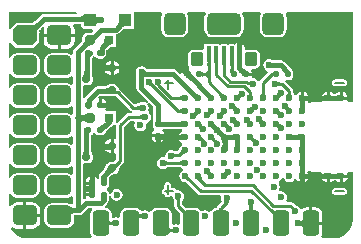
<source format=gbr>
%TF.GenerationSoftware,Altium Limited,Altium Designer,21.1.0 (24)*%
G04 Layer_Physical_Order=1*
G04 Layer_Color=255*
%FSLAX45Y45*%
%MOMM*%
%TF.SameCoordinates,A42B3F18-A760-40AD-9EC3-E9591E309F50*%
%TF.FilePolarity,Positive*%
%TF.FileFunction,Copper,L1,Top,Signal*%
%TF.Part,Single*%
G01*
G75*
%TA.AperFunction,SMDPad,CuDef*%
G04:AMPARAMS|DCode=10|XSize=1.4mm|YSize=2.2mm|CornerRadius=0.35mm|HoleSize=0mm|Usage=FLASHONLY|Rotation=0.000|XOffset=0mm|YOffset=0mm|HoleType=Round|Shape=RoundedRectangle|*
%AMROUNDEDRECTD10*
21,1,1.40000,1.50000,0,0,0.0*
21,1,0.70000,2.20000,0,0,0.0*
1,1,0.70000,0.35000,-0.75000*
1,1,0.70000,-0.35000,-0.75000*
1,1,0.70000,-0.35000,0.75000*
1,1,0.70000,0.35000,0.75000*
%
%ADD10ROUNDEDRECTD10*%
%ADD11R,1.10000X1.10000*%
G04:AMPARAMS|DCode=12|XSize=1.1mm|YSize=1.1mm|CornerRadius=0.275mm|HoleSize=0mm|Usage=FLASHONLY|Rotation=270.000|XOffset=0mm|YOffset=0mm|HoleType=Round|Shape=RoundedRectangle|*
%AMROUNDEDRECTD12*
21,1,1.10000,0.55000,0,0,270.0*
21,1,0.55000,1.10000,0,0,270.0*
1,1,0.55000,-0.27500,-0.27500*
1,1,0.55000,-0.27500,0.27500*
1,1,0.55000,0.27500,0.27500*
1,1,0.55000,0.27500,-0.27500*
%
%ADD12ROUNDEDRECTD12*%
G04:AMPARAMS|DCode=13|XSize=0.8mm|YSize=0.8mm|CornerRadius=0.2mm|HoleSize=0mm|Usage=FLASHONLY|Rotation=270.000|XOffset=0mm|YOffset=0mm|HoleType=Round|Shape=RoundedRectangle|*
%AMROUNDEDRECTD13*
21,1,0.80000,0.40000,0,0,270.0*
21,1,0.40000,0.80000,0,0,270.0*
1,1,0.40000,-0.20000,-0.20000*
1,1,0.40000,-0.20000,0.20000*
1,1,0.40000,0.20000,0.20000*
1,1,0.40000,0.20000,-0.20000*
%
%ADD13ROUNDEDRECTD13*%
%ADD14R,0.80000X0.80000*%
%TA.AperFunction,BGAPad,CuDef*%
%ADD15C,0.60000*%
%TA.AperFunction,SMDPad,CuDef*%
G04:AMPARAMS|DCode=16|XSize=0.6mm|YSize=0.7mm|CornerRadius=0.15mm|HoleSize=0mm|Usage=FLASHONLY|Rotation=270.000|XOffset=0mm|YOffset=0mm|HoleType=Round|Shape=RoundedRectangle|*
%AMROUNDEDRECTD16*
21,1,0.60000,0.40000,0,0,270.0*
21,1,0.30000,0.70000,0,0,270.0*
1,1,0.30000,-0.20000,-0.15000*
1,1,0.30000,-0.20000,0.15000*
1,1,0.30000,0.20000,0.15000*
1,1,0.30000,0.20000,-0.15000*
%
%ADD16ROUNDEDRECTD16*%
G04:AMPARAMS|DCode=17|XSize=0.5mm|YSize=0.5mm|CornerRadius=0.125mm|HoleSize=0mm|Usage=FLASHONLY|Rotation=270.000|XOffset=0mm|YOffset=0mm|HoleType=Round|Shape=RoundedRectangle|*
%AMROUNDEDRECTD17*
21,1,0.50000,0.25000,0,0,270.0*
21,1,0.25000,0.50000,0,0,270.0*
1,1,0.25000,-0.12500,-0.12500*
1,1,0.25000,-0.12500,0.12500*
1,1,0.25000,0.12500,0.12500*
1,1,0.25000,0.12500,-0.12500*
%
%ADD17ROUNDEDRECTD17*%
%ADD18R,0.38000X1.40000*%
G04:AMPARAMS|DCode=19|XSize=0.38mm|YSize=1.4mm|CornerRadius=0.095mm|HoleSize=0mm|Usage=FLASHONLY|Rotation=180.000|XOffset=0mm|YOffset=0mm|HoleType=Round|Shape=RoundedRectangle|*
%AMROUNDEDRECTD19*
21,1,0.38000,1.21000,0,0,180.0*
21,1,0.19000,1.40000,0,0,180.0*
1,1,0.19000,-0.09500,0.60500*
1,1,0.19000,0.09500,0.60500*
1,1,0.19000,0.09500,-0.60500*
1,1,0.19000,-0.09500,-0.60500*
%
%ADD19ROUNDEDRECTD19*%
G04:AMPARAMS|DCode=20|XSize=2.9mm|YSize=1.9mm|CornerRadius=0.475mm|HoleSize=0mm|Usage=FLASHONLY|Rotation=180.000|XOffset=0mm|YOffset=0mm|HoleType=Round|Shape=RoundedRectangle|*
%AMROUNDEDRECTD20*
21,1,2.90000,0.95000,0,0,180.0*
21,1,1.95000,1.90000,0,0,180.0*
1,1,0.95000,-0.97500,0.47500*
1,1,0.95000,0.97500,0.47500*
1,1,0.95000,0.97500,-0.47500*
1,1,0.95000,-0.97500,-0.47500*
%
%ADD20ROUNDEDRECTD20*%
G04:AMPARAMS|DCode=21|XSize=0.5mm|YSize=0.5mm|CornerRadius=0.125mm|HoleSize=0mm|Usage=FLASHONLY|Rotation=180.000|XOffset=0mm|YOffset=0mm|HoleType=Round|Shape=RoundedRectangle|*
%AMROUNDEDRECTD21*
21,1,0.50000,0.25000,0,0,180.0*
21,1,0.25000,0.50000,0,0,180.0*
1,1,0.25000,-0.12500,0.12500*
1,1,0.25000,0.12500,0.12500*
1,1,0.25000,0.12500,-0.12500*
1,1,0.25000,-0.12500,-0.12500*
%
%ADD21ROUNDEDRECTD21*%
%TA.AperFunction,Conductor*%
%ADD22C,0.40000*%
%ADD23C,0.25000*%
%TA.AperFunction,NonConductor*%
%ADD24C,0.15000*%
%TA.AperFunction,ComponentPad*%
G04:AMPARAMS|DCode=25|XSize=1.7mm|YSize=2.1mm|CornerRadius=0mm|HoleSize=0mm|Usage=FLASHONLY|Rotation=270.000|XOffset=0mm|YOffset=0mm|HoleType=Round|Shape=Octagon|*
%AMOCTAGOND25*
4,1,8,1.05000,0.42500,1.05000,-0.42500,0.62500,-0.85000,-0.62500,-0.85000,-1.05000,-0.42500,-1.05000,0.42500,-0.62500,0.85000,0.62500,0.85000,1.05000,0.42500,0.0*
%
%ADD25OCTAGOND25*%

G04:AMPARAMS|DCode=26|XSize=1.7mm|YSize=2.1mm|CornerRadius=0.425mm|HoleSize=0mm|Usage=FLASHONLY|Rotation=270.000|XOffset=0mm|YOffset=0mm|HoleType=Round|Shape=RoundedRectangle|*
%AMROUNDEDRECTD26*
21,1,1.70000,1.25001,0,0,270.0*
21,1,0.85000,2.10000,0,0,270.0*
1,1,0.85000,-0.62500,-0.42500*
1,1,0.85000,-0.62500,0.42500*
1,1,0.85000,0.62500,0.42500*
1,1,0.85000,0.62500,-0.42500*
%
%ADD26ROUNDEDRECTD26*%
G04:AMPARAMS|DCode=27|XSize=1.1mm|YSize=1.2mm|CornerRadius=0.275mm|HoleSize=0mm|Usage=FLASHONLY|Rotation=180.000|XOffset=0mm|YOffset=0mm|HoleType=Round|Shape=RoundedRectangle|*
%AMROUNDEDRECTD27*
21,1,1.10000,0.65000,0,0,180.0*
21,1,0.55000,1.20000,0,0,180.0*
1,1,0.55000,-0.27500,0.32500*
1,1,0.55000,0.27500,0.32500*
1,1,0.55000,0.27500,-0.32500*
1,1,0.55000,-0.27500,-0.32500*
%
%ADD27ROUNDEDRECTD27*%
G04:AMPARAMS|DCode=28|XSize=1.9mm|YSize=1.9mm|CornerRadius=0.475mm|HoleSize=0mm|Usage=FLASHONLY|Rotation=180.000|XOffset=0mm|YOffset=0mm|HoleType=Round|Shape=RoundedRectangle|*
%AMROUNDEDRECTD28*
21,1,1.90000,0.95000,0,0,180.0*
21,1,0.95000,1.90000,0,0,180.0*
1,1,0.95000,-0.47500,0.47500*
1,1,0.95000,0.47500,0.47500*
1,1,0.95000,0.47500,-0.47500*
1,1,0.95000,-0.47500,-0.47500*
%
%ADD28ROUNDEDRECTD28*%
%TA.AperFunction,ViaPad*%
%ADD29C,0.60000*%
G36*
X620099Y1941056D02*
X619854Y1940784D01*
X340001D01*
X340000Y1940784D01*
X324393Y1937679D01*
X311162Y1928838D01*
X311161Y1928838D01*
X264670Y1882347D01*
X262677Y1881569D01*
X256162Y1875319D01*
X250597Y1870477D01*
X245764Y1866764D01*
X243051Y1865000D01*
X230633D01*
X228127Y1866038D01*
X226724Y1865457D01*
X225257Y1865847D01*
X223797Y1865000D01*
X107500D01*
X58944Y1816444D01*
X43944Y1822022D01*
Y1956056D01*
X613409D01*
X620099Y1941056D01*
D02*
G37*
G36*
X781911Y1926105D02*
X783215Y1922725D01*
X785387Y1919743D01*
X788429Y1917158D01*
X792340Y1914971D01*
X797120Y1913181D01*
X802769Y1911789D01*
X808107Y1910975D01*
X808576Y1911000D01*
Y1910904D01*
X809287Y1910795D01*
X816674Y1910199D01*
X824930Y1910000D01*
Y1870000D01*
X816674Y1869801D01*
X809287Y1869205D01*
X808576Y1869096D01*
Y1869000D01*
X808432Y1869074D01*
X802769Y1868211D01*
X797120Y1866819D01*
X792340Y1865029D01*
X788429Y1862842D01*
X785387Y1860257D01*
X783215Y1857275D01*
X781911Y1853895D01*
X781476Y1850117D01*
Y1929883D01*
X781911Y1926105D01*
D02*
G37*
G36*
X675702Y1860040D02*
X675641Y1863832D01*
X674692Y1867226D01*
X672852Y1870220D01*
X670123Y1872814D01*
X666505Y1875010D01*
X661997Y1876807D01*
X656600Y1878204D01*
X650313Y1879202D01*
X643136Y1879800D01*
X635070Y1880000D01*
X635400Y1920000D01*
X642130Y1920169D01*
X648425Y1920676D01*
X654284Y1921521D01*
X659708Y1922703D01*
X664696Y1924224D01*
X669249Y1926083D01*
X673366Y1928279D01*
X677047Y1930813D01*
X680294Y1933685D01*
X683104Y1936896D01*
X675702Y1860040D01*
D02*
G37*
G36*
X305948Y1837664D02*
X299334Y1830770D01*
X289078Y1818276D01*
X285436Y1812675D01*
X282785Y1807506D01*
X281125Y1802768D01*
X280455Y1798461D01*
X280776Y1794585D01*
X282088Y1791140D01*
X284391Y1788127D01*
X228127Y1844390D01*
X231140Y1842088D01*
X234585Y1840776D01*
X238461Y1840455D01*
X242768Y1841124D01*
X247506Y1842785D01*
X252675Y1845436D01*
X258276Y1849078D01*
X264307Y1853710D01*
X270770Y1859334D01*
X277664Y1865948D01*
X305948Y1837664D01*
D02*
G37*
G36*
X1025915Y1835305D02*
X1023400Y1837031D01*
X1020318Y1837746D01*
X1016672Y1837448D01*
X1012459Y1836138D01*
X1007681Y1833815D01*
X1002337Y1830481D01*
X996428Y1826134D01*
X989952Y1820775D01*
X975305Y1807021D01*
X947021Y1835305D01*
X954404Y1842911D01*
X966134Y1856428D01*
X970481Y1862337D01*
X973815Y1867681D01*
X976137Y1872459D01*
X977448Y1876672D01*
X977746Y1880318D01*
X977031Y1883400D01*
X975305Y1885915D01*
X1025915Y1835305D01*
D02*
G37*
G36*
X634535Y1858359D02*
X641968Y1858175D01*
X647711Y1857696D01*
X652181Y1856986D01*
X655251Y1856191D01*
X655331Y1856160D01*
X657756Y1843967D01*
X668255Y1828255D01*
X683967Y1817756D01*
X702500Y1814070D01*
X753931D01*
X759130Y1805213D01*
X760199Y1799403D01*
X748902Y1788865D01*
X742729Y1783871D01*
X738351Y1780784D01*
X728077D01*
X727744Y1781007D01*
X726620Y1780784D01*
X725560D01*
X724157Y1781415D01*
X722495Y1780784D01*
X710000D01*
X694393Y1777679D01*
X681161Y1768838D01*
X672321Y1755607D01*
X669366Y1740754D01*
X668848Y1739912D01*
X669216Y1738367D01*
Y1738034D01*
X668576Y1736488D01*
X669216Y1734941D01*
Y1722518D01*
X668363Y1721038D01*
X664929Y1716127D01*
X653530Y1702687D01*
X646065Y1694960D01*
X645273Y1692949D01*
X601162Y1648838D01*
X592321Y1635607D01*
X589216Y1620000D01*
X589216Y1619999D01*
Y1606485D01*
X574217Y1598467D01*
X560887Y1607374D01*
X536500Y1612224D01*
X411500D01*
X387114Y1607374D01*
X366440Y1593560D01*
X352626Y1572886D01*
X347776Y1548500D01*
Y1463500D01*
X352626Y1439114D01*
X366440Y1418440D01*
X387114Y1404626D01*
X411500Y1399776D01*
X536500D01*
X560887Y1404626D01*
X574217Y1413533D01*
X589216Y1405515D01*
Y1352485D01*
X574217Y1344467D01*
X560887Y1353374D01*
X536500Y1358224D01*
X411500D01*
X387114Y1353374D01*
X366440Y1339560D01*
X352626Y1318886D01*
X347776Y1294500D01*
Y1209500D01*
X352626Y1185114D01*
X366440Y1164440D01*
X387114Y1150626D01*
X411500Y1145776D01*
X536500D01*
X560887Y1150626D01*
X574217Y1159533D01*
X589216Y1151515D01*
Y1098485D01*
X574217Y1090467D01*
X560887Y1099374D01*
X536500Y1104224D01*
X411500D01*
X387114Y1099374D01*
X366440Y1085560D01*
X352626Y1064886D01*
X347776Y1040500D01*
Y955500D01*
X352626Y931114D01*
X366440Y910440D01*
X387114Y896626D01*
X411500Y891776D01*
X536500D01*
X560887Y896626D01*
X574217Y905533D01*
X589216Y897515D01*
Y844485D01*
X574217Y836467D01*
X560887Y845374D01*
X536500Y850224D01*
X411500D01*
X387114Y845374D01*
X366440Y831560D01*
X352626Y810886D01*
X347776Y786500D01*
Y701500D01*
X352626Y677114D01*
X366440Y656440D01*
X387114Y642626D01*
X411500Y637776D01*
X536500D01*
X560887Y642626D01*
X574217Y651533D01*
X589216Y643515D01*
Y590485D01*
X574217Y582467D01*
X560887Y591374D01*
X536500Y596224D01*
X411500D01*
X387114Y591374D01*
X366440Y577560D01*
X352626Y556886D01*
X347776Y532500D01*
Y447500D01*
X352626Y423114D01*
X366440Y402440D01*
X387114Y388626D01*
X411500Y383776D01*
X536500D01*
X560887Y388626D01*
X574217Y397533D01*
X589216Y389515D01*
Y339470D01*
X587208Y336468D01*
X583623Y333600D01*
X574217Y330274D01*
X573989Y330410D01*
X570277Y333034D01*
X569178Y333283D01*
X568486Y334172D01*
X565030Y334605D01*
X560887Y337374D01*
X536500Y342224D01*
X411500D01*
X387114Y337374D01*
X366440Y323560D01*
X352626Y302886D01*
X347776Y278500D01*
Y193500D01*
X352626Y169114D01*
X366440Y148440D01*
X387114Y134626D01*
X411500Y129776D01*
X536500D01*
X560887Y134626D01*
X581560Y148440D01*
X595374Y169114D01*
X600225Y193500D01*
Y235891D01*
X600466Y235952D01*
X605268Y236680D01*
X611515Y237172D01*
X619560Y237358D01*
X620719Y237870D01*
X621944Y237545D01*
X623100Y238216D01*
X638999D01*
X639000Y238216D01*
X654607Y241321D01*
X667838Y250162D01*
X716893Y299217D01*
X746145D01*
X750546Y286897D01*
X751056Y284217D01*
X739192Y266460D01*
X734923Y245000D01*
Y95000D01*
X739192Y73540D01*
X748944Y58944D01*
X743469Y43944D01*
X200000D01*
X199453Y43836D01*
X159563Y49087D01*
X121882Y64695D01*
X89524Y89524D01*
X64695Y121882D01*
X60572Y131835D01*
X72689Y141779D01*
X91007Y129540D01*
X117500Y124270D01*
X167300D01*
Y236000D01*
Y347730D01*
X117500D01*
X91007Y342460D01*
X68547Y327453D01*
X58944Y313082D01*
X43944Y317632D01*
Y420143D01*
X57655Y422917D01*
X58944Y422638D01*
X72440Y402440D01*
X93114Y388626D01*
X117500Y383776D01*
X242500D01*
X266887Y388626D01*
X287560Y402440D01*
X301374Y423114D01*
X306225Y447500D01*
Y532500D01*
X301374Y556886D01*
X287560Y577560D01*
X266887Y591374D01*
X242500Y596224D01*
X117500D01*
X93114Y591374D01*
X72440Y577560D01*
X58944Y557362D01*
X57655Y557083D01*
X43944Y559857D01*
Y674143D01*
X57655Y676917D01*
X58944Y676638D01*
X72440Y656440D01*
X93114Y642626D01*
X117500Y637776D01*
X242500D01*
X266887Y642626D01*
X287560Y656440D01*
X301374Y677114D01*
X306225Y701500D01*
Y786500D01*
X301374Y810886D01*
X287560Y831560D01*
X266887Y845374D01*
X242500Y850224D01*
X117500D01*
X93114Y845374D01*
X72440Y831560D01*
X58944Y811362D01*
X57655Y811083D01*
X43944Y813857D01*
Y928143D01*
X57655Y930917D01*
X58944Y930638D01*
X72440Y910440D01*
X93114Y896626D01*
X117500Y891776D01*
X242500D01*
X266887Y896626D01*
X287560Y910440D01*
X301374Y931114D01*
X306225Y955500D01*
Y1040500D01*
X301374Y1064886D01*
X287560Y1085560D01*
X266887Y1099374D01*
X242500Y1104224D01*
X117500D01*
X93114Y1099374D01*
X72440Y1085560D01*
X58944Y1065362D01*
X57655Y1065083D01*
X43944Y1067857D01*
Y1182143D01*
X57655Y1184917D01*
X58944Y1184638D01*
X72440Y1164440D01*
X93114Y1150626D01*
X117500Y1145776D01*
X242500D01*
X266887Y1150626D01*
X287560Y1164440D01*
X301374Y1185114D01*
X306225Y1209500D01*
Y1294500D01*
X301374Y1318886D01*
X287560Y1339560D01*
X266887Y1353374D01*
X242500Y1358224D01*
X117500D01*
X93114Y1353374D01*
X72440Y1339560D01*
X58944Y1319362D01*
X57655Y1319083D01*
X43944Y1321857D01*
Y1436143D01*
X57655Y1438917D01*
X58944Y1438638D01*
X72440Y1418440D01*
X93114Y1404626D01*
X117500Y1399776D01*
X242500D01*
X266887Y1404626D01*
X287560Y1418440D01*
X301374Y1439114D01*
X306225Y1463500D01*
Y1548500D01*
X301374Y1572886D01*
X287560Y1593560D01*
X266887Y1607374D01*
X242500Y1612224D01*
X117500D01*
X93114Y1607374D01*
X72440Y1593560D01*
X58944Y1573362D01*
X57655Y1573083D01*
X43944Y1575857D01*
Y1697978D01*
X58944Y1703556D01*
X107500Y1655000D01*
X252500D01*
X305000Y1707500D01*
Y1783797D01*
X305847Y1785257D01*
X305458Y1786724D01*
X306039Y1788127D01*
X305000Y1790634D01*
Y1803051D01*
X306572Y1805469D01*
X315534Y1816386D01*
X321569Y1822676D01*
X322347Y1824670D01*
X335196Y1837520D01*
X347540Y1828993D01*
X342270Y1802500D01*
Y1772700D01*
X605730D01*
Y1802500D01*
X600461Y1828993D01*
X590289Y1844217D01*
X598306Y1859216D01*
X632601D01*
X634535Y1858359D01*
D02*
G37*
G36*
X810631Y1762347D02*
X803885Y1755322D01*
X792086Y1741286D01*
X787032Y1734275D01*
X782542Y1727270D01*
X778616Y1720269D01*
X775254Y1713273D01*
X772456Y1706283D01*
X770222Y1699297D01*
X768552Y1692315D01*
X723513Y1759776D01*
X726092Y1757039D01*
X729348Y1755539D01*
X733281Y1755276D01*
X737893Y1756249D01*
X743181Y1758460D01*
X749147Y1761908D01*
X755790Y1766592D01*
X763110Y1772514D01*
X779783Y1788067D01*
X810631Y1762347D01*
D02*
G37*
G36*
X2956056Y1194971D02*
X2919133D01*
X2913464Y1205577D01*
X2912501Y1209971D01*
X2913959Y1217300D01*
X2860000D01*
Y1230000D01*
X2847300D01*
Y1283959D01*
X2838384Y1282186D01*
X2820059Y1269941D01*
X2814020Y1260904D01*
X2795980D01*
X2789941Y1269941D01*
X2771616Y1282186D01*
X2762700Y1283959D01*
Y1230000D01*
X2750000D01*
Y1217300D01*
X2730972D01*
Y1206807D01*
X2729838Y1207414D01*
X2727993Y1207957D01*
X2725437Y1208435D01*
X2722170Y1208851D01*
X2713504Y1209489D01*
X2697462Y1209806D01*
X2696536Y1205577D01*
X2690867Y1194971D01*
X2610000D01*
X2593183Y1191626D01*
X2585678Y1186611D01*
X2574864Y1197426D01*
X2582186Y1208384D01*
X2582472Y1209824D01*
X2552037Y1207958D01*
X2551565Y1205437D01*
X2551149Y1202170D01*
X2550511Y1193504D01*
X2550115Y1173471D01*
X2552043Y1142007D01*
X2552586Y1140162D01*
X2553193Y1139028D01*
X2506807D01*
X2507414Y1140162D01*
X2507957Y1142007D01*
X2508435Y1144563D01*
X2508851Y1147830D01*
X2509489Y1156496D01*
X2509885Y1176529D01*
X2507957Y1207993D01*
X2507414Y1209838D01*
X2506807Y1210972D01*
X2549028D01*
Y1217300D01*
X2530000D01*
Y1230000D01*
X2517300D01*
Y1283959D01*
X2508384Y1282186D01*
X2490059Y1269941D01*
X2480123Y1255070D01*
X2467119Y1254142D01*
X2463419Y1255016D01*
X2462522Y1256359D01*
X2461520Y1260708D01*
X2459721Y1263233D01*
X2458486Y1265218D01*
X2457422Y1267202D01*
X2456520Y1269191D01*
X2455759Y1271216D01*
X2455140Y1273277D01*
X2454655Y1275404D01*
X2454301Y1277615D01*
X2454085Y1279920D01*
X2453991Y1283002D01*
X2452989Y1285224D01*
Y1291465D01*
X2450467Y1304145D01*
X2443284Y1314896D01*
X2387026Y1371153D01*
X2390254Y1380721D01*
X2393591Y1385141D01*
X2397500Y1384363D01*
X2422500D01*
X2435181Y1386886D01*
X2445931Y1394069D01*
X2453114Y1404819D01*
X2455637Y1417500D01*
Y1442500D01*
X2453114Y1455181D01*
X2445931Y1465931D01*
X2443254Y1467720D01*
X2442679Y1470607D01*
X2433839Y1483838D01*
X2433838Y1483839D01*
X2378839Y1538838D01*
X2365607Y1547679D01*
X2350000Y1550784D01*
X2349999Y1550784D01*
X2292493D01*
X2290423Y1551648D01*
X2287221Y1551657D01*
X2277734Y1551879D01*
X2277268Y1551914D01*
X2269509Y1557099D01*
X2250000Y1560980D01*
X2230491Y1557099D01*
X2213952Y1546048D01*
X2202901Y1529509D01*
X2199020Y1510000D01*
X2202901Y1490491D01*
X2213952Y1473952D01*
X2230491Y1462901D01*
X2234107Y1462182D01*
X2239044Y1445906D01*
X2176569Y1383431D01*
X2170516Y1374373D01*
X2169425Y1373977D01*
X2162261Y1373164D01*
X2154296Y1373705D01*
X2146048Y1386048D01*
X2129509Y1397099D01*
X2113030Y1400377D01*
X2107294Y1404808D01*
X2100523Y1414389D01*
X2101102Y1417300D01*
X2050000D01*
Y1436729D01*
X2026012Y1412741D01*
X2025141Y1416076D01*
X2023813Y1419607D01*
X2022030Y1423334D01*
X2019791Y1427259D01*
X2017096Y1431380D01*
X2010338Y1440211D01*
X2006275Y1444922D01*
X1996782Y1454934D01*
X2025066Y1483218D01*
X2030170Y1478244D01*
X2044303Y1466055D01*
X2048620Y1462904D01*
X2056665Y1457970D01*
X2060393Y1456187D01*
X2063924Y1454859D01*
X2067259Y1453988D01*
X2055971Y1442700D01*
X2101102D01*
X2098201Y1457288D01*
X2093669Y1464070D01*
X2100932Y1479070D01*
X2125000D01*
X2143533Y1482756D01*
X2159245Y1493255D01*
X2169744Y1508967D01*
X2173431Y1527500D01*
Y1592500D01*
X2169744Y1611034D01*
X2159245Y1626746D01*
X2143533Y1637244D01*
X2125000Y1640931D01*
X2070000D01*
X2057584Y1638461D01*
X2042584Y1647976D01*
Y1660500D01*
X2039875Y1674117D01*
X2032161Y1685661D01*
X2020617Y1693375D01*
X2010200Y1695447D01*
Y1688038D01*
X2019902Y1687552D01*
X2019636Y1687137D01*
X2019398Y1686388D01*
X2019187Y1685305D01*
X2019005Y1683888D01*
X2018724Y1680055D01*
X2018500Y1668383D01*
X2010200Y1668942D01*
Y1600000D01*
X1984800D01*
Y1670653D01*
X1978500Y1671078D01*
X1977955Y1689652D01*
X1984800Y1689310D01*
Y1695447D01*
X1974383Y1693375D01*
X1962839Y1685661D01*
X1961173Y1683168D01*
X1953510Y1688288D01*
X1942000Y1690578D01*
X1923000D01*
X1911490Y1688288D01*
X1901732Y1681768D01*
X1898268D01*
X1888510Y1688288D01*
X1877000Y1690578D01*
X1858000D01*
X1846490Y1688288D01*
X1836732Y1681768D01*
X1833268D01*
X1823510Y1688288D01*
X1812000Y1690578D01*
X1793000D01*
X1791393Y1690258D01*
X1776500Y1690000D01*
X1776500Y1690000D01*
X1776499Y1690000D01*
X1698500D01*
Y1643154D01*
X1685271Y1636083D01*
X1683533Y1637244D01*
X1665000Y1640931D01*
X1610000D01*
X1591466Y1637244D01*
X1575755Y1626746D01*
X1565256Y1611034D01*
X1561569Y1592500D01*
Y1527500D01*
X1565256Y1508967D01*
X1574183Y1495607D01*
X1574079Y1494716D01*
X1572700Y1491075D01*
Y1455319D01*
X1573924Y1454859D01*
X1577259Y1453988D01*
X1572700Y1449429D01*
Y1435971D01*
X1583988Y1447258D01*
X1584859Y1443924D01*
X1586187Y1440393D01*
X1587970Y1436665D01*
X1590209Y1432741D01*
X1592905Y1428620D01*
X1599663Y1419788D01*
X1603725Y1415077D01*
X1613219Y1405066D01*
X1584934Y1376782D01*
X1579830Y1381756D01*
X1565697Y1393944D01*
X1561380Y1397096D01*
X1553335Y1402030D01*
X1549607Y1403813D01*
X1546076Y1405141D01*
X1542742Y1406012D01*
X1566729Y1430000D01*
X1553271D01*
X1536012Y1412741D01*
X1535141Y1416076D01*
X1533813Y1419607D01*
X1532030Y1423334D01*
X1529791Y1427259D01*
X1527096Y1431380D01*
X1520338Y1440211D01*
X1516275Y1444922D01*
X1510542Y1450968D01*
X1508858Y1442500D01*
Y1438418D01*
X1495000Y1432678D01*
X1463839Y1463838D01*
X1450608Y1472679D01*
X1435001Y1475784D01*
X1435000Y1475783D01*
X1221005D01*
X1219521Y1476561D01*
X1218613Y1476277D01*
X1217737Y1476647D01*
X1214623Y1476670D01*
X1212260Y1476751D01*
X1206048Y1486048D01*
X1189509Y1497099D01*
X1170000Y1500979D01*
X1150491Y1497099D01*
X1133952Y1486048D01*
X1122901Y1469509D01*
X1119020Y1450000D01*
X1122901Y1430491D01*
X1123909Y1428982D01*
X1123370Y1416344D01*
X1124214Y1414030D01*
Y1315004D01*
X1124214Y1315002D01*
X1127319Y1299395D01*
X1136159Y1286164D01*
X1222640Y1199684D01*
X1213078Y1188032D01*
X1199509Y1197099D01*
X1180000Y1200980D01*
X1160491Y1197099D01*
X1146830Y1187971D01*
X1143842Y1186860D01*
X1142846Y1185935D01*
X1142572Y1185724D01*
X1142230Y1185509D01*
X1141773Y1185276D01*
X1141162Y1185029D01*
X1140350Y1184777D01*
X1139313Y1184539D01*
X1138038Y1184342D01*
X1136503Y1184206D01*
X1134123Y1184140D01*
X1131881Y1183137D01*
X1108725D01*
X989387Y1302474D01*
X978637Y1309658D01*
X975635Y1310255D01*
X972969Y1323656D01*
X965234Y1335234D01*
X953656Y1342969D01*
X940000Y1345686D01*
X900000D01*
X886344Y1342969D01*
X876954Y1336695D01*
X875627Y1336019D01*
X874422Y1335689D01*
X873488Y1334965D01*
X873305Y1334866D01*
X872022Y1334365D01*
X869693Y1333709D01*
X866400Y1333047D01*
X862462Y1332501D01*
X851285Y1331743D01*
X844697Y1331646D01*
X843801Y1331259D01*
X842868Y1331541D01*
X841455Y1330783D01*
X800001D01*
X800000Y1330784D01*
X784393Y1327679D01*
X771162Y1318838D01*
X771161Y1318838D01*
X694927Y1242604D01*
X686086Y1229372D01*
X685571Y1226783D01*
X670784Y1229329D01*
Y1331750D01*
X680000Y1339314D01*
X720000D01*
X733656Y1342031D01*
X745233Y1349766D01*
X752969Y1361344D01*
X755686Y1375000D01*
Y1405000D01*
X755027Y1408310D01*
X755429Y1409105D01*
X754009Y1413427D01*
X752969Y1418656D01*
X752927Y1418720D01*
X752516Y1421685D01*
X751401Y1423587D01*
X750747Y1425023D01*
X750110Y1426816D01*
X748458Y1433650D01*
X747937Y1436954D01*
X746726Y1453150D01*
X746646Y1459270D01*
X745784Y1461278D01*
Y1567289D01*
X755931Y1574069D01*
X761941Y1583064D01*
X770306Y1584046D01*
X778874Y1581844D01*
X784069Y1574069D01*
X794819Y1566886D01*
X807500Y1564363D01*
X832500D01*
X845181Y1566886D01*
X855931Y1574069D01*
X863114Y1584819D01*
X863670Y1587614D01*
X869248Y1595961D01*
X872352Y1611569D01*
X872352Y1611570D01*
Y1634675D01*
X873324Y1635648D01*
X875329Y1636436D01*
X882782Y1643620D01*
X889321Y1649408D01*
X895146Y1654041D01*
X900163Y1657515D01*
X904197Y1659825D01*
X904602Y1660000D01*
X917464D01*
X920661Y1659296D01*
X921764Y1660000D01*
X950000D01*
Y1769216D01*
X965607Y1772321D01*
X978838Y1781162D01*
X988184Y1790507D01*
X990124Y1791240D01*
X1004276Y1804530D01*
X1009754Y1809063D01*
X1014498Y1812552D01*
X1018172Y1814845D01*
X1018491Y1815000D01*
X1022672D01*
X1025915Y1813657D01*
X1027837Y1814453D01*
X1029873Y1814022D01*
X1031377Y1815000D01*
X1105000D01*
Y1956056D01*
X1337853D01*
X1344924Y1942827D01*
X1338917Y1933837D01*
X1333678Y1907500D01*
Y1812500D01*
X1338917Y1786163D01*
X1353835Y1763836D01*
X1376163Y1748917D01*
X1402500Y1743678D01*
X1497500D01*
X1523837Y1748917D01*
X1546164Y1763836D01*
X1561083Y1786163D01*
X1566322Y1812500D01*
Y1907500D01*
X1561083Y1933837D01*
X1555076Y1942827D01*
X1562147Y1956056D01*
X1705353D01*
X1712424Y1942827D01*
X1706416Y1933837D01*
X1701178Y1907500D01*
Y1812500D01*
X1706416Y1786163D01*
X1721335Y1763836D01*
X1743663Y1748917D01*
X1770000Y1743678D01*
X1965000D01*
X1991337Y1748917D01*
X2013665Y1763836D01*
X2028583Y1786163D01*
X2033822Y1812500D01*
Y1907500D01*
X2028583Y1933837D01*
X2022576Y1942827D01*
X2029647Y1956056D01*
X2172853D01*
X2179924Y1942827D01*
X2173917Y1933837D01*
X2168678Y1907500D01*
Y1812500D01*
X2173917Y1786163D01*
X2188836Y1763836D01*
X2211163Y1748917D01*
X2237500Y1743678D01*
X2332500D01*
X2358837Y1748917D01*
X2381164Y1763836D01*
X2396083Y1786163D01*
X2401322Y1812500D01*
Y1907500D01*
X2396083Y1933837D01*
X2390076Y1942827D01*
X2397147Y1956056D01*
X2956056D01*
Y1194971D01*
D02*
G37*
G36*
X916873Y1680610D02*
X913342Y1682394D01*
X909338Y1683147D01*
X904862Y1682868D01*
X899914Y1681557D01*
X894493Y1679214D01*
X888600Y1675839D01*
X882235Y1671433D01*
X875397Y1665994D01*
X868087Y1659523D01*
X860305Y1652021D01*
X822021Y1670305D01*
X830418Y1678982D01*
X843521Y1694324D01*
X848226Y1700987D01*
X851701Y1706980D01*
X853944Y1712301D01*
X854957Y1716951D01*
X854738Y1720930D01*
X853289Y1724237D01*
X850610Y1726873D01*
X916873Y1680610D01*
D02*
G37*
G36*
X746487Y1680224D02*
X743403Y1682456D01*
X739748Y1683557D01*
X735521Y1683527D01*
X730721Y1682365D01*
X725350Y1680072D01*
X719408Y1676647D01*
X712893Y1672091D01*
X705807Y1666404D01*
X689919Y1651635D01*
X661635Y1679919D01*
X669585Y1688149D01*
X682091Y1702893D01*
X686647Y1709408D01*
X690071Y1715351D01*
X692364Y1720721D01*
X693526Y1725521D01*
X693557Y1729748D01*
X692456Y1733404D01*
X690224Y1736488D01*
X746487Y1680224D01*
D02*
G37*
G36*
X1949586Y1534086D02*
X1948623Y1531993D01*
X1947774Y1529637D01*
X1947038Y1527015D01*
X1946415Y1524128D01*
X1945510Y1517560D01*
X1945226Y1513879D01*
X1945000Y1505722D01*
X1920000D01*
X1919944Y1509933D01*
X1919094Y1520977D01*
X1918585Y1524128D01*
X1917226Y1529637D01*
X1916377Y1531993D01*
X1915414Y1534086D01*
X1914339Y1535913D01*
X1950662D01*
X1949586Y1534086D01*
D02*
G37*
G36*
X1884586D02*
X1883623Y1531993D01*
X1882774Y1529637D01*
X1882038Y1527015D01*
X1881415Y1524128D01*
X1880510Y1517560D01*
X1880226Y1513879D01*
X1880000Y1505722D01*
X1855000D01*
X1854943Y1509933D01*
X1854094Y1520977D01*
X1853585Y1524128D01*
X1852226Y1529637D01*
X1851377Y1531993D01*
X1850414Y1534086D01*
X1849338Y1535913D01*
X1885661D01*
X1884586Y1534086D01*
D02*
G37*
G36*
X1819586D02*
X1818623Y1531993D01*
X1817774Y1529637D01*
X1817038Y1527015D01*
X1816415Y1524128D01*
X1815510Y1517560D01*
X1815226Y1513879D01*
X1815000Y1505722D01*
X1790000D01*
X1789944Y1509933D01*
X1789094Y1520977D01*
X1788585Y1524128D01*
X1787226Y1529637D01*
X1786377Y1531993D01*
X1785414Y1534086D01*
X1784339Y1535913D01*
X1820662D01*
X1819586Y1534086D01*
D02*
G37*
G36*
X1755018Y1530055D02*
X1753965Y1529305D01*
X1753036Y1528055D01*
X1752230Y1526305D01*
X1751549Y1524055D01*
X1750991Y1521305D01*
X1750558Y1518055D01*
X1750062Y1510055D01*
X1750000Y1505305D01*
X1725000D01*
X1724938Y1510055D01*
X1724009Y1521305D01*
X1723451Y1524055D01*
X1722770Y1526305D01*
X1721964Y1528055D01*
X1721035Y1529305D01*
X1719982Y1530055D01*
X1718805Y1530305D01*
X1756195D01*
X1755018Y1530055D01*
D02*
G37*
G36*
X2271790Y1530810D02*
X2272495Y1530640D01*
X2273540Y1530490D01*
X2276648Y1530250D01*
X2286939Y1530010D01*
X2290361Y1530000D01*
Y1490000D01*
X2271424Y1489000D01*
Y1531000D01*
X2271790Y1530810D01*
D02*
G37*
G36*
X1945125Y1474600D02*
X1945500Y1469888D01*
X1946125Y1465800D01*
X1947000Y1462334D01*
X1948125Y1459492D01*
X1949500Y1457273D01*
X1951125Y1455678D01*
X1953000Y1454705D01*
X1955125Y1454356D01*
X1957500Y1454629D01*
X1926012Y1447258D01*
X1924870Y1445955D01*
X1923848Y1445642D01*
X1922946Y1446321D01*
X1922165Y1447991D01*
X1921503Y1450652D01*
X1920962Y1454304D01*
X1920541Y1458948D01*
X1920000Y1478826D01*
X1945000Y1479934D01*
X1945125Y1474600D01*
D02*
G37*
G36*
X1750000Y1430000D02*
X1725000Y1392500D01*
X1724750Y1397250D01*
X1724000Y1401500D01*
X1722750Y1405250D01*
X1721000Y1408500D01*
X1718750Y1411250D01*
X1716000Y1413500D01*
X1712750Y1415250D01*
X1709000Y1416500D01*
X1704750Y1417250D01*
X1704125Y1417283D01*
X1697794Y1416709D01*
X1694423Y1416093D01*
X1691390Y1415302D01*
X1688695Y1414335D01*
X1686337Y1413192D01*
X1684318Y1411873D01*
X1682636Y1410378D01*
X1681292Y1408708D01*
Y1451292D01*
X1682636Y1449622D01*
X1684318Y1448127D01*
X1686337Y1446808D01*
X1688695Y1445665D01*
X1691390Y1444698D01*
X1694423Y1443907D01*
X1697794Y1443291D01*
X1701503Y1442852D01*
X1703817Y1442701D01*
X1704750Y1442750D01*
X1709000Y1443500D01*
X1712750Y1444750D01*
X1716000Y1446500D01*
X1718750Y1448750D01*
X1721000Y1451500D01*
X1722750Y1454750D01*
X1724000Y1458500D01*
X1724750Y1462750D01*
X1725000Y1467500D01*
X1750000Y1430000D01*
D02*
G37*
G36*
X1199354Y1457004D02*
X1199999Y1456584D01*
X1200989Y1456212D01*
X1202324Y1455891D01*
X1204004Y1455618D01*
X1208399Y1455223D01*
X1214175Y1455025D01*
X1217580Y1455000D01*
X1213981Y1415000D01*
X1185602Y1420320D01*
X1185532Y1419792D01*
X1185190Y1415265D01*
X1184998Y1406018D01*
X1144998Y1415420D01*
X1145722Y1432377D01*
X1181952Y1426250D01*
X1199054Y1457474D01*
X1199354Y1457004D01*
D02*
G37*
G36*
X2285875Y1414993D02*
X2285717Y1415470D01*
X2285240Y1415896D01*
X2284447Y1416272D01*
X2283335Y1416598D01*
X2281907Y1416873D01*
X2280160Y1417099D01*
X2275715Y1417400D01*
X2270000Y1417500D01*
Y1442500D01*
X2273016Y1442525D01*
X2281907Y1443127D01*
X2283335Y1443402D01*
X2284447Y1443728D01*
X2285240Y1444104D01*
X2285717Y1444530D01*
X2285875Y1445007D01*
Y1414993D01*
D02*
G37*
G36*
X725000Y1458988D02*
X725088Y1452202D01*
X726415Y1434457D01*
X727211Y1429414D01*
X729333Y1420635D01*
X730659Y1416899D01*
X732162Y1413598D01*
X733842Y1410734D01*
X669405Y1415595D01*
X672368Y1417914D01*
X675019Y1420705D01*
X677359Y1423966D01*
X679386Y1427698D01*
X681102Y1431902D01*
X682505Y1436576D01*
X683597Y1441721D01*
X684376Y1447337D01*
X684844Y1453425D01*
X685000Y1459983D01*
X725000Y1458988D01*
D02*
G37*
G36*
X2086342Y1368446D02*
X2080672Y1343688D01*
X2080544Y1343784D01*
X2080205Y1343871D01*
X2079654Y1343948D01*
X2077917Y1344070D01*
X2069872Y1344197D01*
Y1369197D01*
X2086342Y1368446D01*
D02*
G37*
G36*
X1397650Y1377625D02*
X1398100Y1375500D01*
X1398850Y1373625D01*
X1399900Y1372000D01*
X1401250Y1370625D01*
X1402900Y1369500D01*
X1404850Y1368625D01*
X1407100Y1368000D01*
X1409650Y1367625D01*
X1412500Y1367500D01*
Y1352500D01*
X1409650Y1352350D01*
X1407100Y1351900D01*
X1404850Y1351150D01*
X1402900Y1350100D01*
X1401250Y1348750D01*
X1399900Y1347100D01*
X1398850Y1345150D01*
X1398100Y1342900D01*
X1397650Y1340350D01*
X1397500Y1337500D01*
X1382500D01*
X1382375Y1340350D01*
X1382000Y1342900D01*
X1381375Y1345150D01*
X1380500Y1347100D01*
X1379375Y1348750D01*
X1378000Y1350100D01*
X1376375Y1351150D01*
X1374500Y1351900D01*
X1372375Y1352350D01*
X1370000Y1352500D01*
Y1367500D01*
X1372375Y1367625D01*
X1374500Y1368000D01*
X1376375Y1368625D01*
X1378000Y1369500D01*
X1379375Y1370625D01*
X1380500Y1372000D01*
X1381375Y1373625D01*
X1382000Y1375500D01*
X1382375Y1377625D01*
X1382500Y1380000D01*
X1397500D01*
X1397650Y1377625D01*
D02*
G37*
G36*
X2323162Y1369385D02*
X2325044Y1367940D01*
X2327070Y1366665D01*
X2329239Y1365560D01*
X2331552Y1364625D01*
X2334009Y1363860D01*
X2336609Y1363265D01*
X2339353Y1362840D01*
X2342240Y1362585D01*
X2345272Y1362500D01*
Y1337500D01*
X2342240Y1337415D01*
X2339353Y1337160D01*
X2336609Y1336735D01*
X2334009Y1336140D01*
X2331552Y1335375D01*
X2329239Y1334440D01*
X2327070Y1333335D01*
X2325044Y1332060D01*
X2323162Y1330615D01*
X2321424Y1329000D01*
Y1371000D01*
X2323162Y1369385D01*
D02*
G37*
G36*
X1259414Y1363091D02*
X1259441Y1360778D01*
X1259726Y1358476D01*
X1260268Y1356186D01*
X1261068Y1353906D01*
X1262126Y1351638D01*
X1263442Y1349381D01*
X1265016Y1347134D01*
X1266847Y1344900D01*
X1268937Y1342676D01*
X1248438Y1327819D01*
X1246253Y1329905D01*
X1241843Y1333516D01*
X1239619Y1335041D01*
X1237382Y1336379D01*
X1235133Y1337530D01*
X1232871Y1338494D01*
X1230596Y1339271D01*
X1228309Y1339861D01*
X1226009Y1340264D01*
X1259645Y1365415D01*
X1259414Y1363091D01*
D02*
G37*
G36*
X1330330Y1347652D02*
X1329663Y1346261D01*
X1329354Y1344756D01*
X1329402Y1343134D01*
X1329808Y1341398D01*
X1330570Y1339546D01*
X1331690Y1337580D01*
X1333166Y1335498D01*
X1335000Y1333301D01*
X1337191Y1330989D01*
X1314388Y1318438D01*
X1292510Y1345625D01*
X1331353Y1348928D01*
X1330330Y1347652D01*
D02*
G37*
G36*
X930044Y1295798D02*
X930239Y1294939D01*
X930518Y1294074D01*
X930879Y1293204D01*
X931324Y1292330D01*
X931852Y1291450D01*
X932463Y1290566D01*
X933157Y1289676D01*
X933935Y1288782D01*
X934795Y1287882D01*
X917118Y1270205D01*
X916218Y1271065D01*
X914434Y1272537D01*
X913549Y1273148D01*
X912669Y1273676D01*
X911795Y1274120D01*
X910925Y1274482D01*
X910061Y1274761D01*
X909201Y1274956D01*
X908347Y1275068D01*
X929932Y1296653D01*
X930044Y1295798D01*
D02*
G37*
G36*
X894266Y1266157D02*
X892779Y1266887D01*
X890616Y1267541D01*
X887778Y1268117D01*
X884265Y1268617D01*
X875213Y1269385D01*
X856572Y1269962D01*
X849008Y1270000D01*
X845017Y1310000D01*
X852177Y1310106D01*
X864682Y1310953D01*
X870028Y1311695D01*
X874769Y1312649D01*
X878905Y1313814D01*
X882437Y1315191D01*
X885364Y1316780D01*
X887687Y1318582D01*
X889405Y1320595D01*
X894266Y1266157D01*
D02*
G37*
G36*
X2355392Y1259162D02*
X2352818Y1256418D01*
X2350470Y1253562D01*
X2348347Y1250593D01*
X2346450Y1247511D01*
X2344779Y1244316D01*
X2344563Y1243822D01*
X2348223Y1240403D01*
X2345858Y1240240D01*
X2343510Y1239862D01*
X2342867Y1239700D01*
X2342115Y1237588D01*
X2341121Y1234055D01*
X2340354Y1230409D01*
X2339812Y1226650D01*
X2331626Y1234463D01*
X2329815Y1233121D01*
X2327598Y1231252D01*
X2325399Y1229169D01*
X2307057Y1246182D01*
X2309141Y1248391D01*
X2310995Y1250617D01*
X2312508Y1252709D01*
X2305264Y1259624D01*
X2308846Y1260311D01*
X2312338Y1261214D01*
X2315741Y1262331D01*
X2316971Y1262826D01*
X2317278Y1264351D01*
X2317519Y1266702D01*
X2317529Y1269072D01*
X2321871Y1265016D01*
X2322278Y1265212D01*
X2325412Y1266974D01*
X2328456Y1268952D01*
X2331410Y1271145D01*
X2334275Y1273553D01*
X2337051Y1276176D01*
X2355392Y1259162D01*
D02*
G37*
G36*
X2025387Y1256294D02*
X2022483Y1253277D01*
X2017585Y1247483D01*
X2015591Y1244706D01*
X2013900Y1242008D01*
X2012583Y1239523D01*
X2016664Y1235161D01*
X2014294Y1235149D01*
X2011942Y1234907D01*
X2010735Y1234662D01*
X2010649Y1234391D01*
X2010172Y1232012D01*
X2009999Y1229711D01*
X2006528Y1233421D01*
X2004995Y1232799D01*
X2002715Y1231636D01*
X2000453Y1230242D01*
X1998209Y1228619D01*
X1995983Y1226765D01*
X1993775Y1224681D01*
X1976746Y1243008D01*
X1978829Y1245207D01*
X1980699Y1247424D01*
X1982355Y1249661D01*
X1983798Y1251915D01*
X1985028Y1254189D01*
X1985695Y1255694D01*
X1981714Y1259951D01*
X1984013Y1259975D01*
X1986379Y1260304D01*
X1987289Y1260542D01*
X1987435Y1261120D01*
X1987811Y1263468D01*
X1987973Y1265834D01*
X1991556Y1262003D01*
X1993877Y1263132D01*
X1996510Y1264687D01*
X1999210Y1266549D01*
X2001976Y1268717D01*
X2004810Y1271191D01*
X2007710Y1273971D01*
X2025387Y1256294D01*
D02*
G37*
G36*
X2102575Y1275956D02*
X2103175Y1268722D01*
X2103700Y1265531D01*
X2104375Y1262625D01*
X2105200Y1260003D01*
X2106175Y1257666D01*
X2107300Y1255613D01*
X2108575Y1253844D01*
X2110000Y1252360D01*
X2070000D01*
X2071425Y1253844D01*
X2072700Y1255613D01*
X2073825Y1257666D01*
X2074800Y1260003D01*
X2075625Y1262625D01*
X2076300Y1265531D01*
X2076825Y1268722D01*
X2077200Y1272197D01*
X2077500Y1280000D01*
X2102500D01*
X2102575Y1275956D01*
D02*
G37*
G36*
X2840971Y1206807D02*
X2839838Y1207414D01*
X2837993Y1207957D01*
X2835437Y1208435D01*
X2832170Y1208851D01*
X2823504Y1209489D01*
X2803471Y1209885D01*
X2772007Y1207957D01*
X2770162Y1207414D01*
X2769028Y1206807D01*
Y1253193D01*
X2770162Y1252586D01*
X2772007Y1252043D01*
X2774563Y1251565D01*
X2777830Y1251149D01*
X2786496Y1250511D01*
X2806529Y1250115D01*
X2837993Y1252043D01*
X2839838Y1252586D01*
X2840971Y1253193D01*
Y1206807D01*
D02*
G37*
G36*
X2212614Y1278501D02*
X2212957Y1274809D01*
X2213529Y1271195D01*
X2214330Y1267659D01*
X2215360Y1264201D01*
X2216618Y1260821D01*
X2218105Y1257519D01*
X2219821Y1254295D01*
X2221765Y1251150D01*
X2223938Y1248082D01*
X2176061D01*
X2178235Y1251150D01*
X2180179Y1254295D01*
X2181895Y1257519D01*
X2183382Y1260821D01*
X2184640Y1264201D01*
X2185670Y1267659D01*
X2186471Y1271195D01*
X2187042Y1274809D01*
X2187386Y1278501D01*
X2187500Y1282272D01*
X2212500D01*
X2212614Y1278501D01*
D02*
G37*
G36*
X2432468Y1278576D02*
X2432814Y1274890D01*
X2433391Y1271280D01*
X2434199Y1267746D01*
X2435237Y1264289D01*
X2436506Y1260908D01*
X2438006Y1257603D01*
X2439737Y1254374D01*
X2441698Y1251222D01*
X2443890Y1248146D01*
X2396013Y1248018D01*
X2398168Y1251077D01*
X2400096Y1254216D01*
X2401796Y1257435D01*
X2403271Y1260734D01*
X2404518Y1264112D01*
X2405538Y1267571D01*
X2406332Y1271109D01*
X2406899Y1274727D01*
X2407239Y1278426D01*
X2407353Y1282204D01*
X2432353Y1282339D01*
X2432468Y1278576D01*
D02*
G37*
G36*
X1735396Y1282934D02*
X1760026Y1261149D01*
X1761714Y1260228D01*
X1762945Y1259855D01*
X1730145Y1227055D01*
X1729772Y1228286D01*
X1728852Y1229974D01*
X1727383Y1232120D01*
X1725367Y1234724D01*
X1719690Y1241303D01*
X1701762Y1259954D01*
X1730047Y1288238D01*
X1735396Y1282934D01*
D02*
G37*
G36*
X1844624Y1273215D02*
X1847478Y1270847D01*
X1850437Y1268696D01*
X1853504Y1266762D01*
X1856677Y1265045D01*
X1859957Y1263544D01*
X1863343Y1262261D01*
X1866836Y1261195D01*
X1870435Y1260345D01*
X1874141Y1259713D01*
X1840287Y1225859D01*
X1839655Y1229565D01*
X1838806Y1233164D01*
X1837739Y1236657D01*
X1836456Y1240043D01*
X1834955Y1243323D01*
X1833238Y1246496D01*
X1831304Y1249563D01*
X1829153Y1252523D01*
X1826785Y1255376D01*
X1824200Y1258123D01*
X1841877Y1275801D01*
X1844624Y1273215D01*
D02*
G37*
G36*
X1616885Y1281517D02*
X1630596Y1269555D01*
X1634569Y1266632D01*
X1638242Y1264241D01*
X1641617Y1262383D01*
X1644693Y1261056D01*
X1647470Y1260262D01*
X1649948Y1260000D01*
X1620610Y1223980D01*
X1581958Y1259758D01*
X1611716Y1286569D01*
X1616885Y1281517D01*
D02*
G37*
G36*
X1521918Y1206062D02*
X1518850Y1208235D01*
X1515705Y1210179D01*
X1512481Y1211895D01*
X1509179Y1213382D01*
X1505799Y1214640D01*
X1502341Y1215670D01*
X1498805Y1216471D01*
X1495191Y1217043D01*
X1491499Y1217386D01*
X1487728Y1217500D01*
Y1242500D01*
X1491499Y1242614D01*
X1495191Y1242958D01*
X1498805Y1243529D01*
X1502341Y1244330D01*
X1505799Y1245360D01*
X1509179Y1246618D01*
X1512481Y1248105D01*
X1515705Y1249821D01*
X1518850Y1251765D01*
X1521918Y1253939D01*
Y1206062D01*
D02*
G37*
G36*
X2135756Y1148242D02*
X2133180Y1145503D01*
X2130820Y1142653D01*
X2128676Y1139694D01*
X2126748Y1136624D01*
X2125036Y1133444D01*
X2124406Y1132058D01*
X2127990Y1128502D01*
X2125619Y1128406D01*
X2123267Y1128090D01*
X2122716Y1127963D01*
X2122260Y1126753D01*
X2121196Y1123242D01*
X2120349Y1119621D01*
X2119717Y1115890D01*
X2112151Y1123424D01*
X2111786Y1123194D01*
X2109545Y1121552D01*
X2107324Y1119690D01*
X2105121Y1117607D01*
X2087368Y1135210D01*
X2089451Y1137414D01*
X2091312Y1139636D01*
X2092950Y1141878D01*
X2093207Y1142288D01*
X2085763Y1149700D01*
X2089464Y1150343D01*
X2093060Y1151202D01*
X2096549Y1152277D01*
X2097649Y1152697D01*
X2097798Y1153362D01*
X2098099Y1155715D01*
X2098177Y1158086D01*
X2101844Y1154447D01*
X2103210Y1155075D01*
X2106381Y1156797D01*
X2109445Y1158735D01*
X2112404Y1160889D01*
X2115257Y1163259D01*
X2118003Y1165845D01*
X2135756Y1148242D01*
D02*
G37*
G36*
X1158576Y1129000D02*
X1156837Y1130615D01*
X1154956Y1132060D01*
X1152930Y1133335D01*
X1150761Y1134440D01*
X1148448Y1135375D01*
X1145991Y1136140D01*
X1143391Y1136735D01*
X1140647Y1137160D01*
X1137759Y1137415D01*
X1134728Y1137500D01*
Y1162500D01*
X1137759Y1162585D01*
X1140647Y1162840D01*
X1143391Y1163265D01*
X1145991Y1163860D01*
X1148448Y1164625D01*
X1150761Y1165560D01*
X1152930Y1166665D01*
X1154956Y1167940D01*
X1156837Y1169385D01*
X1158576Y1171000D01*
Y1129000D01*
D02*
G37*
G36*
X1954132Y1163053D02*
X1956979Y1160705D01*
X1959940Y1158574D01*
X1963017Y1156661D01*
X1963419Y1156447D01*
X1967841Y1161007D01*
X1967963Y1158638D01*
X1968303Y1156287D01*
X1968861Y1153955D01*
X1968930Y1153748D01*
X1969515Y1153486D01*
X1972936Y1152225D01*
X1976473Y1151182D01*
X1980124Y1150356D01*
X1983890Y1149747D01*
X1975802Y1141521D01*
X1976784Y1140354D01*
X1978867Y1138152D01*
X1961491Y1120173D01*
X1959285Y1122256D01*
X1957954Y1123368D01*
X1950323Y1115607D01*
X1949668Y1119252D01*
X1948796Y1122798D01*
X1947708Y1126246D01*
X1946403Y1129596D01*
X1946299Y1129818D01*
X1945665Y1130018D01*
X1943331Y1130521D01*
X1940978Y1130799D01*
X1938607Y1130851D01*
X1943309Y1135702D01*
X1943143Y1136003D01*
X1941189Y1139059D01*
X1939017Y1142017D01*
X1936629Y1144877D01*
X1934024Y1147639D01*
X1951400Y1165619D01*
X1954132Y1163053D01*
D02*
G37*
G36*
X2396508Y1163455D02*
X2402489Y1158501D01*
X2405450Y1156439D01*
X2408391Y1154653D01*
X2409579Y1154039D01*
X2414211Y1158223D01*
X2414184Y1155856D01*
X2414391Y1153507D01*
X2414726Y1151740D01*
X2417096Y1150953D01*
X2419959Y1150273D01*
X2422801Y1149869D01*
X2417270Y1144874D01*
X2417567Y1144284D01*
X2418947Y1142021D01*
X2420563Y1139776D01*
X2422413Y1137548D01*
X2424498Y1135337D01*
X2405829Y1118650D01*
X2403632Y1120733D01*
X2401418Y1122607D01*
X2399184Y1124272D01*
X2396933Y1125728D01*
X2396397Y1126022D01*
X2390001Y1120246D01*
X2389876Y1123075D01*
X2389455Y1125916D01*
X2388738Y1128768D01*
X2388571Y1129241D01*
X2387745Y1129461D01*
X2385402Y1129871D01*
X2383041Y1130073D01*
X2386863Y1133524D01*
X2386416Y1134506D01*
X2384810Y1137392D01*
X2382909Y1140290D01*
X2380711Y1143199D01*
X2378218Y1146119D01*
X2375428Y1149052D01*
X2393487Y1166347D01*
X2396508Y1163455D01*
D02*
G37*
G36*
X1874034Y1105515D02*
X1871950Y1103308D01*
X1870093Y1101084D01*
X1868463Y1098841D01*
X1867060Y1096580D01*
X1866532Y1095559D01*
X1872229Y1090083D01*
X1869282Y1089725D01*
X1866328Y1089088D01*
X1863925Y1088345D01*
X1863714Y1087352D01*
X1863445Y1084999D01*
X1863403Y1082629D01*
X1859396Y1086480D01*
X1857434Y1085508D01*
X1854458Y1083758D01*
X1851476Y1081730D01*
X1848488Y1079424D01*
X1845495Y1076840D01*
X1842496Y1073977D01*
X1824578Y1091414D01*
X1827419Y1094397D01*
X1829973Y1097377D01*
X1832238Y1100351D01*
X1834215Y1103321D01*
X1835903Y1106286D01*
X1836804Y1108192D01*
X1833121Y1111732D01*
X1835490Y1111864D01*
X1837841Y1112213D01*
X1838459Y1112363D01*
X1839237Y1115153D01*
X1839772Y1118100D01*
X1840018Y1121041D01*
X1846054Y1115240D01*
X1847055Y1115775D01*
X1849312Y1117208D01*
X1851550Y1118857D01*
X1853769Y1120723D01*
X1855970Y1122807D01*
X1874034Y1105515D01*
D02*
G37*
G36*
X1765501Y1106985D02*
X1763417Y1104779D01*
X1761560Y1102554D01*
X1759930Y1100311D01*
X1758527Y1098050D01*
X1757350Y1095771D01*
X1756400Y1093473D01*
X1756232Y1092935D01*
X1759276Y1090009D01*
X1757131Y1089906D01*
X1755342Y1089579D01*
X1755181Y1088823D01*
X1754912Y1086470D01*
X1754869Y1084099D01*
X1750781Y1088029D01*
X1750148Y1087762D01*
X1747638Y1086435D01*
X1745037Y1084801D01*
X1742345Y1082862D01*
X1739562Y1080616D01*
X1733721Y1075206D01*
X1716044Y1092883D01*
X1718828Y1095779D01*
X1723474Y1101321D01*
X1725336Y1103967D01*
X1726892Y1106529D01*
X1728140Y1109009D01*
X1728364Y1109578D01*
X1724590Y1113205D01*
X1726959Y1113337D01*
X1729309Y1113685D01*
X1729725Y1113786D01*
X1730041Y1115946D01*
X1730061Y1118092D01*
X1733428Y1114855D01*
X1733954Y1115033D01*
X1736248Y1116032D01*
X1738524Y1117247D01*
X1740781Y1118680D01*
X1743019Y1120329D01*
X1745238Y1122196D01*
X1747439Y1124279D01*
X1765501Y1106985D01*
D02*
G37*
G36*
X1521918Y1096062D02*
X1518850Y1098235D01*
X1515705Y1100179D01*
X1512481Y1101895D01*
X1509179Y1103382D01*
X1505799Y1104640D01*
X1502341Y1105670D01*
X1498805Y1106471D01*
X1495191Y1107042D01*
X1491499Y1107386D01*
X1487728Y1107500D01*
Y1132500D01*
X1491499Y1132614D01*
X1495191Y1132958D01*
X1498805Y1133529D01*
X1502341Y1134330D01*
X1505799Y1135360D01*
X1509179Y1136618D01*
X1512481Y1138105D01*
X1515705Y1139821D01*
X1518850Y1141765D01*
X1521918Y1143939D01*
Y1096062D01*
D02*
G37*
G36*
X2325761Y1123743D02*
X2327988Y1121890D01*
X2330233Y1120270D01*
X2332495Y1118881D01*
X2334775Y1117725D01*
X2337073Y1116800D01*
X2337315Y1116728D01*
X2339998Y1119634D01*
X2340126Y1117558D01*
X2340458Y1115896D01*
X2341721Y1115647D01*
X2344072Y1115418D01*
X2346441Y1115422D01*
X2342270Y1110903D01*
X2342352Y1110718D01*
X2343707Y1108236D01*
X2345368Y1105651D01*
X2347336Y1102965D01*
X2352193Y1097289D01*
X2355081Y1094298D01*
X2337403Y1076621D01*
X2334556Y1079357D01*
X2329116Y1083906D01*
X2326525Y1085718D01*
X2324019Y1087223D01*
X2321598Y1088420D01*
X2321542Y1088441D01*
X2317957Y1084556D01*
X2317780Y1086920D01*
X2317391Y1089266D01*
X2317245Y1089830D01*
X2317012Y1089890D01*
X2314848Y1090163D01*
X2312769Y1090128D01*
X2316053Y1093687D01*
X2315977Y1093903D01*
X2314953Y1096193D01*
X2313717Y1098465D01*
X2312269Y1100719D01*
X2310610Y1102954D01*
X2308738Y1105171D01*
X2306655Y1107369D01*
X2323552Y1125827D01*
X2325761Y1123743D01*
D02*
G37*
G36*
X1654320Y1090313D02*
X1650657Y1089664D01*
X1647095Y1088799D01*
X1643633Y1087717D01*
X1640273Y1086418D01*
X1637012Y1084903D01*
X1636956Y1084872D01*
X1636644Y1084125D01*
X1635908Y1081809D01*
X1635396Y1079475D01*
X1635109Y1077122D01*
X1635047Y1074751D01*
X1629443Y1080233D01*
X1627834Y1079056D01*
X1624976Y1076674D01*
X1622219Y1074075D01*
X1604328Y1091539D01*
X1606899Y1094275D01*
X1609253Y1097124D01*
X1610463Y1098801D01*
X1605024Y1104121D01*
X1607394Y1104233D01*
X1609746Y1104564D01*
X1612079Y1105114D01*
X1614393Y1105883D01*
X1614876Y1106091D01*
X1615011Y1106345D01*
X1616496Y1109644D01*
X1617764Y1113055D01*
X1618814Y1116579D01*
X1619647Y1120215D01*
X1620263Y1123963D01*
X1654320Y1090313D01*
D02*
G37*
G36*
X1178576Y1049000D02*
X1176837Y1050615D01*
X1174956Y1052060D01*
X1172930Y1053335D01*
X1170761Y1054440D01*
X1168448Y1055375D01*
X1165991Y1056140D01*
X1163391Y1056735D01*
X1160647Y1057160D01*
X1157759Y1057415D01*
X1154728Y1057500D01*
Y1082500D01*
X1157759Y1082585D01*
X1160647Y1082840D01*
X1163391Y1083265D01*
X1165991Y1083860D01*
X1168448Y1084625D01*
X1170761Y1085560D01*
X1172930Y1086665D01*
X1174956Y1087940D01*
X1176837Y1089385D01*
X1178576Y1091000D01*
Y1049000D01*
D02*
G37*
G36*
X650400Y1112400D02*
X651600Y1105600D01*
X653600Y1099600D01*
X656400Y1094400D01*
X660000Y1090000D01*
X664400Y1086400D01*
X669600Y1083600D01*
X673992Y1082136D01*
X674729Y1082272D01*
X679586Y1083550D01*
X683905Y1085112D01*
X687686Y1086957D01*
X690929Y1089087D01*
X693634Y1091501D01*
X695800Y1094199D01*
Y1025801D01*
X693634Y1028499D01*
X690929Y1030912D01*
X687686Y1033042D01*
X683905Y1034888D01*
X679586Y1036450D01*
X674729Y1037728D01*
X673992Y1037864D01*
X669600Y1036400D01*
X664400Y1033600D01*
X660000Y1030000D01*
X656400Y1025600D01*
X653600Y1020400D01*
X651600Y1014400D01*
X650400Y1007600D01*
X650000Y1000000D01*
X610000Y1060000D01*
X650000Y1120000D01*
X650400Y1112400D01*
D02*
G37*
G36*
X848898Y1248352D02*
X856187Y1248316D01*
X873962Y1247766D01*
X881821Y1247099D01*
X884097Y1246775D01*
X885321Y1246526D01*
X886519Y1246164D01*
X889246Y1246436D01*
X889373Y1246428D01*
X892026Y1245900D01*
X896192Y1244595D01*
X896852Y1244940D01*
X900000Y1244314D01*
X940000D01*
X948006Y1245907D01*
X952231D01*
X1071569Y1126569D01*
X1082319Y1119386D01*
X1088600Y1118136D01*
X1087123Y1103136D01*
X1060000D01*
X1047319Y1100614D01*
X1036569Y1093431D01*
X966569Y1023431D01*
X965253Y1021461D01*
X951255Y1024444D01*
X950000Y1025633D01*
Y1120000D01*
X893940D01*
X890000Y1120784D01*
X886060Y1120000D01*
X869692D01*
X869416Y1120285D01*
X863048Y1135000D01*
X868201Y1142712D01*
X869579Y1149643D01*
X843806Y1148046D01*
X840964Y1147448D01*
X838782Y1146770D01*
X837258Y1146012D01*
Y1157300D01*
X820000D01*
Y1170000D01*
X807300D01*
Y1224985D01*
X805730Y1227192D01*
X803272Y1235595D01*
X816893Y1249216D01*
X846842D01*
X848898Y1248352D01*
D02*
G37*
G36*
X2174624Y1053215D02*
X2177477Y1050847D01*
X2180437Y1048696D01*
X2183504Y1046762D01*
X2185808Y1045515D01*
X2189994Y1049702D01*
X2190082Y1047331D01*
X2190391Y1044979D01*
X2190789Y1043229D01*
X2193343Y1042261D01*
X2196836Y1041195D01*
X2200435Y1040345D01*
X2204141Y1039713D01*
X2196388Y1031959D01*
X2196903Y1031255D01*
X2198765Y1029033D01*
X2200848Y1026830D01*
X2183173Y1009149D01*
X2180970Y1011232D01*
X2178748Y1013094D01*
X2178040Y1013612D01*
X2170287Y1005859D01*
X2169655Y1009565D01*
X2168805Y1013164D01*
X2167739Y1016657D01*
X2166772Y1019207D01*
X2165024Y1019604D01*
X2162671Y1019913D01*
X2160300Y1019999D01*
X2164487Y1024188D01*
X2163238Y1026496D01*
X2161304Y1029563D01*
X2159153Y1032523D01*
X2156785Y1035376D01*
X2154199Y1038123D01*
X2171877Y1055801D01*
X2174624Y1053215D01*
D02*
G37*
G36*
X1900306Y1011205D02*
X1901208Y1007738D01*
X1902326Y1004357D01*
X1903298Y1001959D01*
X1903498Y1001899D01*
X1905832Y1001435D01*
X1908183Y1001202D01*
X1910551Y1001200D01*
X1906059Y996353D01*
X1906981Y994724D01*
X1908965Y991684D01*
X1911166Y988729D01*
X1913583Y985859D01*
X1916217Y983074D01*
X1899279Y964656D01*
X1896569Y967195D01*
X1893732Y969514D01*
X1890768Y971616D01*
X1887677Y973498D01*
X1885787Y974476D01*
X1882004Y970394D01*
X1881832Y972759D01*
X1881447Y975105D01*
X1881055Y976630D01*
X1877646Y977836D01*
X1874049Y978845D01*
X1870326Y979636D01*
X1866476Y980208D01*
X1874694Y988775D01*
X1874679Y988795D01*
X1872809Y991012D01*
X1870725Y993210D01*
X1887662Y1011629D01*
X1889872Y1009544D01*
X1892098Y1007691D01*
X1892537Y1007374D01*
X1899621Y1014757D01*
X1900306Y1011205D01*
D02*
G37*
G36*
X1680323Y1010952D02*
X1681211Y1007427D01*
X1682315Y1003997D01*
X1682812Y1002740D01*
X1684126Y1002465D01*
X1686478Y1002205D01*
X1688849Y1002173D01*
X1684888Y998014D01*
X1685169Y997422D01*
X1686919Y994276D01*
X1688884Y991226D01*
X1691065Y988270D01*
X1693461Y985408D01*
X1696073Y982641D01*
X1678870Y964489D01*
X1676150Y967040D01*
X1673308Y969375D01*
X1670346Y971492D01*
X1667264Y973393D01*
X1664060Y975076D01*
X1663345Y975392D01*
X1659885Y971758D01*
X1659743Y974126D01*
X1659385Y976476D01*
X1659235Y977087D01*
X1657291Y977792D01*
X1653725Y978824D01*
X1650039Y979639D01*
X1646232Y980238D01*
X1654090Y988311D01*
X1652709Y990181D01*
X1650842Y992400D01*
X1648759Y994600D01*
X1665961Y1012753D01*
X1668168Y1010669D01*
X1670393Y1008813D01*
X1672534Y1007260D01*
X1679650Y1014571D01*
X1680323Y1010952D01*
D02*
G37*
G36*
X1953787Y1052590D02*
X1956761Y1050069D01*
X1959758Y1047827D01*
X1962777Y1045866D01*
X1965818Y1044183D01*
X1967006Y1043639D01*
X1970468Y1047346D01*
X1970632Y1044980D01*
X1971009Y1042633D01*
X1971184Y1041944D01*
X1971968Y1041659D01*
X1975076Y1040816D01*
X1978206Y1040252D01*
X1981359Y1039969D01*
X1974895Y1033047D01*
X1976094Y1031174D01*
X1977751Y1028938D01*
X1979621Y1026721D01*
X1981704Y1024522D01*
X1964692Y1006178D01*
X1962484Y1008262D01*
X1960258Y1010116D01*
X1958013Y1011739D01*
X1956099Y1012918D01*
X1950194Y1006594D01*
X1949703Y1009760D01*
X1948958Y1012900D01*
X1947957Y1016012D01*
X1947915Y1016118D01*
X1946524Y1016399D01*
X1944173Y1016639D01*
X1941803Y1016649D01*
X1945799Y1020928D01*
X1945193Y1022157D01*
X1943428Y1025189D01*
X1941409Y1028194D01*
X1939135Y1031172D01*
X1936606Y1034123D01*
X1933823Y1037047D01*
X1950835Y1055391D01*
X1953787Y1052590D01*
D02*
G37*
G36*
X2089019Y1036701D02*
X2089049Y1034983D01*
X2089345Y1033198D01*
X2089905Y1031347D01*
X2090731Y1029429D01*
X2091822Y1027444D01*
X2093178Y1025393D01*
X2094800Y1023275D01*
X2096687Y1021090D01*
X2098839Y1018839D01*
X2079317Y1003005D01*
X2076979Y1005266D01*
X2072547Y1009082D01*
X2070454Y1010635D01*
X2068443Y1011953D01*
X2066514Y1013035D01*
X2064666Y1013881D01*
X2062901Y1014490D01*
X2061217Y1014864D01*
X2059615Y1015003D01*
X2089254Y1038353D01*
X2089019Y1036701D01*
D02*
G37*
G36*
X1520972Y986807D02*
X1519838Y987414D01*
X1517993Y987957D01*
X1515437Y988435D01*
X1512170Y988851D01*
X1503504Y989489D01*
X1477639Y990000D01*
Y1030000D01*
X1485172Y1030032D01*
X1517993Y1032043D01*
X1519838Y1032586D01*
X1520972Y1033193D01*
Y986807D01*
D02*
G37*
G36*
X1330040Y1064699D02*
X1331954Y1033806D01*
X1332276Y1032276D01*
X1333806Y1031954D01*
X1337306Y1031436D01*
X1346286Y1030638D01*
X1364699Y1030040D01*
X1372156Y1030000D01*
Y990000D01*
X1364699Y989960D01*
X1333806Y988046D01*
X1330964Y987448D01*
X1328782Y986770D01*
X1327258Y986012D01*
Y1027259D01*
X1286012D01*
X1286770Y1028782D01*
X1287448Y1030964D01*
X1288046Y1033806D01*
X1288564Y1037307D01*
X1289362Y1046286D01*
X1289960Y1064699D01*
X1290000Y1072156D01*
X1330000D01*
X1330040Y1064699D01*
D02*
G37*
G36*
X2326382Y1014578D02*
X2328613Y1012733D01*
X2330859Y1011128D01*
X2333122Y1009764D01*
X2335400Y1008641D01*
X2337695Y1007759D01*
X2338206Y1007617D01*
X2339998Y1009697D01*
X2340135Y1007877D01*
X2340320Y1007063D01*
X2342334Y1006716D01*
X2344677Y1006555D01*
X2347037Y1006635D01*
X2342528Y1001400D01*
X2343767Y999280D01*
X2345447Y996803D01*
X2347435Y994194D01*
X2352337Y988583D01*
X2355251Y985581D01*
X2337573Y967903D01*
X2334842Y970531D01*
X2329679Y974866D01*
X2327247Y976573D01*
X2324914Y977974D01*
X2323113Y978857D01*
X2319628Y974811D01*
X2319375Y977162D01*
X2318917Y979495D01*
X2318689Y980295D01*
X2318515Y980337D01*
X2316581Y980511D01*
X2314747Y980378D01*
X2317566Y983651D01*
X2317393Y984110D01*
X2316326Y986391D01*
X2315056Y988654D01*
X2313583Y990900D01*
X2311906Y993129D01*
X2310026Y995340D01*
X2307942Y997534D01*
X2324168Y1016663D01*
X2326382Y1014578D01*
D02*
G37*
G36*
X1790228Y1011714D02*
X1791149Y1010026D01*
X1792617Y1007880D01*
X1794633Y1005276D01*
X1800310Y998697D01*
X1802090Y996845D01*
X1809700Y989999D01*
X1809175Y989474D01*
X1818238Y980047D01*
X1789953Y951762D01*
X1784605Y957066D01*
X1780446Y960744D01*
X1780002Y960300D01*
X1779877Y960693D01*
X1779499Y961312D01*
X1778899Y962112D01*
X1759974Y978851D01*
X1758286Y979772D01*
X1757055Y980145D01*
X1789855Y1012945D01*
X1790228Y1011714D01*
D02*
G37*
G36*
X1269216Y1153107D02*
Y1074326D01*
X1268352Y1072271D01*
X1268314Y1065106D01*
X1267745Y1047597D01*
X1267057Y1039852D01*
X1266727Y1037623D01*
X1266473Y1036416D01*
X1266097Y1035204D01*
X1266334Y1032615D01*
X1266312Y1032298D01*
X1266183Y1031650D01*
X1264364Y1027259D01*
X1265003Y1025717D01*
X1264363Y1022500D01*
Y997500D01*
X1266886Y984819D01*
X1274069Y974069D01*
X1277792Y971581D01*
X1278025Y970946D01*
X1276916Y954328D01*
X1270176Y949825D01*
X1261799Y937288D01*
X1258897Y922700D01*
X1330527D01*
X1331292Y931293D01*
X1333087Y929147D01*
X1335452Y927227D01*
X1338389Y925533D01*
X1341897Y924065D01*
X1345976Y922823D01*
X1346538Y922700D01*
X1361102D01*
X1358201Y937288D01*
X1349824Y949825D01*
X1346406Y952109D01*
X1350531Y967393D01*
X1365427Y968316D01*
X1372272Y968352D01*
X1374326Y969217D01*
X1475246D01*
X1477212Y968356D01*
X1502491Y967857D01*
X1510008Y967303D01*
X1512077Y967040D01*
X1512933Y966880D01*
X1513727Y966646D01*
X1515067Y951806D01*
X1514930Y949877D01*
X1500059Y939941D01*
X1487814Y921616D01*
X1487528Y920176D01*
X1517993Y922043D01*
X1519838Y922586D01*
X1520972Y923193D01*
Y912700D01*
X1540000D01*
Y887300D01*
X1520972D01*
Y876807D01*
X1519838Y877414D01*
X1517993Y877957D01*
X1515437Y878435D01*
X1512170Y878851D01*
X1503504Y879489D01*
X1487532Y879805D01*
X1487814Y878384D01*
X1500059Y860059D01*
X1514930Y850123D01*
X1515858Y837119D01*
X1514984Y833419D01*
X1503952Y826048D01*
X1492901Y809509D01*
X1492248Y806225D01*
X1490223Y803741D01*
X1489630Y801764D01*
X1489117Y800413D01*
X1488422Y798898D01*
X1487662Y797476D01*
X1484891Y793199D01*
X1483601Y791495D01*
X1479389Y786615D01*
X1476936Y784076D01*
X1462171Y780325D01*
X1461782Y780495D01*
X1459480Y780543D01*
X1455316Y780906D01*
X1454031Y781116D01*
X1452680Y781413D01*
X1451511Y781742D01*
X1450520Y782089D01*
X1449681Y782446D01*
X1448986Y782802D01*
X1447711Y783574D01*
X1443913Y784156D01*
X1439509Y787099D01*
X1420000Y790980D01*
X1400491Y787099D01*
X1383952Y776048D01*
X1372901Y759509D01*
X1369020Y740000D01*
X1355748Y729836D01*
X1350000Y730979D01*
X1330491Y727099D01*
X1313952Y716048D01*
X1302901Y699509D01*
X1299021Y680000D01*
X1302901Y660491D01*
X1313952Y643952D01*
X1330491Y632901D01*
X1350000Y629020D01*
X1369509Y632901D01*
X1383170Y642029D01*
X1386158Y643140D01*
X1387154Y644065D01*
X1387428Y644276D01*
X1387770Y644491D01*
X1388227Y644724D01*
X1388838Y644971D01*
X1389650Y645223D01*
X1390687Y645460D01*
X1391962Y645658D01*
X1393497Y645794D01*
X1395877Y645860D01*
X1398119Y646863D01*
X1484848D01*
X1487072Y645862D01*
X1490169Y645768D01*
X1492495Y645552D01*
X1494717Y645200D01*
X1496856Y644716D01*
X1498929Y644099D01*
X1500947Y643348D01*
X1502941Y642450D01*
X1504918Y641397D01*
X1506891Y640178D01*
X1509404Y638398D01*
X1513742Y637410D01*
X1520491Y632901D01*
X1521768Y632647D01*
Y617353D01*
X1520491Y617099D01*
X1503952Y606048D01*
X1492901Y589509D01*
X1489020Y570000D01*
X1492901Y550491D01*
X1503952Y533952D01*
X1520491Y522901D01*
X1528451Y521317D01*
X1532217Y518948D01*
X1535251Y518430D01*
X1537511Y517896D01*
X1539654Y517242D01*
X1541695Y516469D01*
X1543658Y515571D01*
X1545558Y514543D01*
X1547409Y513375D01*
X1549233Y512050D01*
X1551031Y510557D01*
X1553286Y508435D01*
X1555568Y507570D01*
X1646569Y416569D01*
X1657319Y409386D01*
X1670000Y406863D01*
X1831148D01*
X1841380Y391863D01*
X1839020Y380000D01*
X1842901Y360491D01*
X1846942Y354443D01*
X1846545Y353407D01*
X1844841Y351703D01*
X1844076Y351080D01*
X1844060Y350922D01*
X1816569Y323431D01*
X1809386Y312681D01*
X1807858Y305000D01*
X1806061Y300891D01*
X1785540Y296809D01*
X1767347Y284653D01*
X1759502Y272911D01*
X1756852Y271560D01*
X1742645Y269214D01*
X1740656Y269650D01*
X1729509Y277099D01*
X1710000Y280980D01*
X1690491Y277099D01*
X1683554Y272464D01*
X1668842Y275390D01*
X1662653Y284653D01*
X1644460Y296809D01*
X1623000Y301077D01*
X1556478D01*
X1556401Y301123D01*
X1556223Y301077D01*
X1553990D01*
X1553361Y301338D01*
X1552485Y300975D01*
X1547823Y300048D01*
X1546943Y300635D01*
X1540239Y306200D01*
X1536274Y310013D01*
X1533932Y310930D01*
X1513137Y331725D01*
Y351880D01*
X1514139Y354121D01*
X1514206Y356499D01*
X1514342Y358037D01*
X1514540Y359314D01*
X1514776Y360349D01*
X1515030Y361163D01*
X1515277Y361773D01*
X1515510Y362230D01*
X1515723Y362570D01*
X1515936Y362847D01*
X1516860Y363842D01*
X1517971Y366830D01*
X1527099Y380491D01*
X1530980Y400000D01*
X1527099Y419509D01*
X1516048Y436048D01*
X1499509Y447099D01*
X1480000Y450980D01*
X1466391Y448273D01*
X1465903Y450730D01*
X1459825Y459826D01*
X1450728Y465904D01*
X1439998Y468038D01*
X1418040D01*
Y490000D01*
X1415906Y500730D01*
X1409828Y509826D01*
X1400732Y515904D01*
X1390002Y518038D01*
X1379272Y515904D01*
X1370175Y509826D01*
X1364097Y500730D01*
X1361963Y490000D01*
Y466440D01*
X1359270Y465904D01*
X1350174Y459826D01*
X1344096Y450730D01*
X1341961Y440000D01*
X1344096Y429270D01*
X1350174Y420174D01*
X1359270Y414096D01*
X1363297Y413295D01*
X1364097Y409270D01*
X1370175Y400174D01*
X1379272Y394096D01*
X1390002Y391961D01*
X1400732Y394096D01*
X1409828Y400174D01*
X1410667Y401430D01*
X1414617Y401375D01*
X1429021Y400000D01*
X1432901Y380491D01*
X1442029Y366830D01*
X1443140Y363842D01*
X1444065Y362846D01*
X1444276Y362572D01*
X1444491Y362230D01*
X1444724Y361773D01*
X1444971Y361162D01*
X1445223Y360350D01*
X1445461Y359313D01*
X1445658Y358038D01*
X1445794Y356499D01*
X1445861Y354121D01*
X1446864Y351881D01*
Y318000D01*
X1449386Y305319D01*
X1456569Y294569D01*
X1487070Y264068D01*
X1487987Y261727D01*
X1492005Y257549D01*
X1494983Y254154D01*
X1497181Y251335D01*
X1497953Y250177D01*
X1497025Y245515D01*
X1496662Y244639D01*
X1496923Y244011D01*
Y241777D01*
X1496877Y241599D01*
X1496923Y241522D01*
Y163504D01*
X1481923Y155486D01*
X1479509Y157099D01*
X1460000Y160980D01*
X1440491Y157099D01*
X1440077Y156823D01*
X1425077Y164840D01*
Y245000D01*
X1420809Y266460D01*
X1408653Y284653D01*
X1390460Y296809D01*
X1369000Y301077D01*
X1299000D01*
X1277540Y296809D01*
X1259347Y284653D01*
X1250502Y271415D01*
X1246267Y269842D01*
X1235188Y268141D01*
X1232312Y268544D01*
X1219509Y277099D01*
X1200000Y280980D01*
X1180491Y277099D01*
X1178519Y275782D01*
X1157981Y279672D01*
X1154653Y284653D01*
X1136460Y296809D01*
X1115000Y301077D01*
X1045000D01*
X1023540Y296809D01*
X1005347Y284653D01*
X993192Y266460D01*
X988923Y245000D01*
Y222167D01*
X973923Y214150D01*
X969509Y217099D01*
X950000Y220979D01*
X932078Y217415D01*
X927685Y218376D01*
X917077Y224046D01*
Y245000D01*
X912809Y266460D01*
X900653Y284653D01*
X882460Y296809D01*
X864589Y300363D01*
X860022Y310025D01*
X859360Y316077D01*
X877876Y334593D01*
X877876Y334593D01*
X886717Y347824D01*
X888983Y359219D01*
X890685Y363209D01*
X890812Y375613D01*
X891108Y381817D01*
X893114Y384819D01*
X895637Y397500D01*
Y400398D01*
X910636Y401876D01*
X912901Y390491D01*
X923952Y373952D01*
X940491Y362901D01*
X960000Y359020D01*
X979509Y362901D01*
X996048Y373952D01*
X1007099Y390491D01*
X1010980Y410000D01*
X1007099Y429509D01*
X996048Y446048D01*
X979509Y457099D01*
X960000Y460980D01*
X940491Y457099D01*
X923952Y446048D01*
X912901Y429509D01*
X910636Y418124D01*
X895637Y419601D01*
Y422500D01*
X893114Y435181D01*
X885931Y445931D01*
X876936Y451941D01*
X875990Y460000D01*
X876937Y468059D01*
X885931Y474069D01*
X893114Y484819D01*
X895637Y497500D01*
Y522500D01*
X894997Y525717D01*
X895636Y527259D01*
X893817Y531650D01*
X893655Y532464D01*
X893632Y532768D01*
X893847Y535360D01*
X893482Y536503D01*
X893450Y536648D01*
X892279Y554602D01*
X897839Y560163D01*
X899753Y560874D01*
X914951Y574997D01*
X920847Y579727D01*
X926017Y583346D01*
X927691Y584314D01*
X940000D01*
X941575Y584628D01*
X943092Y584094D01*
X944691Y584860D01*
X946435Y584538D01*
X948593Y586024D01*
X953656Y587031D01*
X965234Y594766D01*
X972969Y606344D01*
X975686Y620000D01*
Y627463D01*
X976159Y628294D01*
X975686Y630015D01*
Y630127D01*
X976310Y631815D01*
X975686Y633171D01*
Y636909D01*
X976837Y638546D01*
X983663Y646570D01*
X988225Y651290D01*
X988477Y651930D01*
X989091Y652241D01*
X989744Y654234D01*
X1013431Y677922D01*
X1020614Y688672D01*
X1023137Y701353D01*
Y986275D01*
X1073726Y1036863D01*
X1106456D01*
X1114474Y1021863D01*
X1112901Y1019509D01*
X1109020Y1000000D01*
X1112901Y980491D01*
X1123952Y963952D01*
X1140491Y952901D01*
X1160000Y949020D01*
X1179509Y952901D01*
X1196048Y963952D01*
X1207099Y980491D01*
X1210980Y1000000D01*
X1209849Y1005685D01*
X1219509Y1022901D01*
X1236048Y1033952D01*
X1247099Y1050491D01*
X1250979Y1070000D01*
X1247099Y1089509D01*
X1236048Y1106048D01*
X1231042Y1109393D01*
X1226643Y1129810D01*
X1227099Y1130491D01*
X1230980Y1150000D01*
X1227099Y1169509D01*
X1218032Y1183078D01*
X1229684Y1192640D01*
X1269216Y1153107D01*
D02*
G37*
G36*
X925261Y1019881D02*
X920400Y1018608D01*
X915113Y1016486D01*
X909399Y1013517D01*
X903259Y1009698D01*
X896693Y1005031D01*
X882280Y993152D01*
X874435Y985939D01*
X869724Y981349D01*
X868244Y979830D01*
X856056Y965697D01*
X852905Y961380D01*
X847970Y953335D01*
X846187Y949607D01*
X844859Y946076D01*
X843988Y942742D01*
X802742Y983988D01*
X806076Y984859D01*
X809607Y986187D01*
X813335Y987970D01*
X817259Y990209D01*
X821380Y992905D01*
X830212Y999662D01*
X833914Y1002855D01*
X850305Y1020305D01*
X929695D01*
X925261Y1019881D01*
D02*
G37*
G36*
X687382Y974846D02*
X689642Y969753D01*
X692203Y960638D01*
X695066Y947500D01*
X739831Y938098D01*
X736063Y938417D01*
X732692Y937709D01*
X729717Y935974D01*
X727139Y933212D01*
X724958Y929422D01*
X723173Y924605D01*
X721785Y918761D01*
X720793Y911890D01*
X720198Y903992D01*
X720000Y895066D01*
X680000Y897844D01*
X680151Y920914D01*
X683766Y972961D01*
X685424Y975915D01*
X687382Y974846D01*
D02*
G37*
G36*
X1960971Y880972D02*
X2003193D01*
X2002586Y879838D01*
X2002043Y877993D01*
X2001564Y875437D01*
X2001149Y872170D01*
X2000511Y863504D01*
X2000115Y843471D01*
X2002043Y812007D01*
X2002586Y810162D01*
X2003193Y809028D01*
X1956807D01*
X1957414Y810162D01*
X1957956Y812007D01*
X1958435Y814563D01*
X1958851Y817830D01*
X1959489Y826496D01*
X1959885Y846529D01*
X1957958Y877963D01*
X1955437Y878435D01*
X1952170Y878851D01*
X1943504Y879489D01*
X1923471Y879885D01*
X1894952Y878137D01*
X1896065Y845146D01*
X1895565Y845000D01*
X1896065Y844854D01*
X1894785Y806903D01*
X1848524Y810947D01*
X1849957Y812795D01*
X1851239Y815246D01*
X1852370Y818300D01*
X1853350Y821957D01*
X1854179Y826217D01*
X1854858Y831081D01*
X1855763Y842618D01*
X1855780Y843381D01*
X1854179Y863783D01*
X1853350Y868043D01*
X1852370Y871700D01*
X1851239Y874754D01*
X1849957Y877205D01*
X1848524Y879053D01*
X1889028Y882593D01*
Y923193D01*
X1890162Y922586D01*
X1892007Y922043D01*
X1894563Y921565D01*
X1897830Y921149D01*
X1906496Y920511D01*
X1926529Y920115D01*
X1957993Y922043D01*
X1959838Y922586D01*
X1960971Y923193D01*
Y880972D01*
D02*
G37*
G36*
X2510972D02*
X2553193D01*
X2552586Y879838D01*
X2552043Y877993D01*
X2551565Y875437D01*
X2551149Y872170D01*
X2550511Y863504D01*
X2550115Y843471D01*
X2552043Y812007D01*
X2552586Y810162D01*
X2553193Y809028D01*
X2506807D01*
X2507414Y810162D01*
X2507957Y812007D01*
X2508435Y814563D01*
X2508851Y817830D01*
X2509489Y826496D01*
X2509885Y846529D01*
X2507958Y877963D01*
X2505437Y878435D01*
X2502170Y878851D01*
X2493504Y879489D01*
X2473471Y879885D01*
X2442007Y877957D01*
X2440162Y877414D01*
X2439028Y876807D01*
Y923193D01*
X2440162Y922586D01*
X2442007Y922043D01*
X2444563Y921565D01*
X2447830Y921149D01*
X2456496Y920511D01*
X2476529Y920115D01*
X2507993Y922043D01*
X2509838Y922586D01*
X2510972Y923193D01*
Y880972D01*
D02*
G37*
G36*
X950000Y1000000D02*
X956863Y987843D01*
Y893131D01*
X941863Y880821D01*
X940000Y881191D01*
X932700D01*
Y825000D01*
Y768808D01*
X940000D01*
X941863Y769179D01*
X956863Y756869D01*
Y715079D01*
X941138Y699353D01*
X938893Y698518D01*
X929626Y689905D01*
X926390Y687308D01*
X924073Y685686D01*
X919128D01*
X917440Y686310D01*
X916084Y685686D01*
X915206D01*
X914067Y685913D01*
X913726Y685686D01*
X900000D01*
X886344Y682969D01*
X874766Y675234D01*
X872033Y671143D01*
X870043Y670190D01*
X868537Y665911D01*
X867031Y663656D01*
X866959Y663298D01*
X865086Y660695D01*
X864012Y656133D01*
X862824Y652296D01*
X861342Y648447D01*
X859544Y644554D01*
X857420Y640625D01*
X854956Y636653D01*
X852291Y632856D01*
X845187Y624267D01*
X841086Y619977D01*
X840315Y617992D01*
X821162Y598839D01*
X812321Y585607D01*
X810037Y574125D01*
X808352Y570123D01*
X808314Y563383D01*
X807850Y549846D01*
X801110Y546371D01*
X792574Y545710D01*
X789824Y549824D01*
X777288Y558201D01*
X770357Y559580D01*
X771954Y533806D01*
X772552Y530964D01*
X773230Y528782D01*
X773988Y527259D01*
X762700D01*
Y510000D01*
X750000D01*
Y497300D01*
X740160D01*
X747034Y488708D01*
X771292D01*
X771047Y488265D01*
X770827Y487283D01*
X770633Y485761D01*
X770323Y481099D01*
X770000Y460000D01*
X771292Y431292D01*
X747034D01*
X740160Y422700D01*
X750000D01*
Y397300D01*
X698898D01*
X699260Y395477D01*
X699934Y382121D01*
X688508Y378498D01*
X685783Y377956D01*
X683409Y378326D01*
X670784Y386626D01*
Y450000D01*
Y671750D01*
X680000Y679314D01*
X720000D01*
X733656Y682031D01*
X745233Y689766D01*
X752969Y701344D01*
X755686Y715000D01*
Y745000D01*
X752969Y758656D01*
X747720Y766512D01*
X745902Y770902D01*
X745218Y771185D01*
X744965Y771512D01*
X744866Y771695D01*
X744365Y772978D01*
X743709Y775307D01*
X743047Y778600D01*
X742500Y782538D01*
X741743Y793715D01*
X741645Y800303D01*
X740784Y802300D01*
Y891935D01*
X741596Y893566D01*
X741422Y894085D01*
X741643Y894585D01*
X741828Y902939D01*
X742325Y909528D01*
X743072Y914705D01*
X743511Y916554D01*
X745181Y916886D01*
X749068Y919483D01*
X751665Y919971D01*
X752456Y921128D01*
X753791Y921553D01*
X754649Y923212D01*
X755931Y924069D01*
X761941Y933064D01*
X770000Y934010D01*
X778059Y933064D01*
X784069Y924069D01*
X794819Y916886D01*
X807500Y914363D01*
X832500D01*
X845181Y916886D01*
X855931Y924069D01*
X857753Y926795D01*
X859295Y927434D01*
X861114Y931826D01*
X863114Y934819D01*
X863128Y934885D01*
X864932Y937267D01*
X865519Y939511D01*
X866120Y941110D01*
X867013Y942977D01*
X870903Y949320D01*
X873023Y952225D01*
X884206Y965192D01*
X885034Y966042D01*
X889321Y970219D01*
X896501Y976819D01*
X909864Y987834D01*
X915256Y991666D01*
X920123Y994693D01*
X924156Y996789D01*
X927201Y998011D01*
X929057Y998497D01*
X931757Y998755D01*
X934101Y1000000D01*
X950000Y1000000D01*
D02*
G37*
G36*
X1840123Y959307D02*
X1840501Y958688D01*
X1841134Y957843D01*
X1843162Y955476D01*
X1846631Y951841D01*
X1870026Y931149D01*
X1871714Y930228D01*
X1872945Y929855D01*
X1840145Y897055D01*
X1839772Y898286D01*
X1838852Y899974D01*
X1837383Y902120D01*
X1835367Y904724D01*
X1829690Y911303D01*
X1820776Y920577D01*
X1810300Y930002D01*
X1839998Y959700D01*
X1840123Y959307D01*
D02*
G37*
G36*
X1680155Y902855D02*
X1681144Y899697D01*
X1682353Y896575D01*
X1683781Y893489D01*
X1685428Y890439D01*
X1687293Y887425D01*
X1689378Y884448D01*
X1691438Y881817D01*
X1692771Y880699D01*
X1694962Y879123D01*
X1697157Y877721D01*
X1699356Y876490D01*
X1701557Y875432D01*
X1703763Y874547D01*
X1705972Y873835D01*
X1708184Y873294D01*
X1682168Y856501D01*
X1681583Y855739D01*
X1681339Y855966D01*
X1672897Y850516D01*
X1673272Y852784D01*
X1673374Y855047D01*
X1673200Y857307D01*
X1672752Y859563D01*
X1672030Y861815D01*
X1671303Y863454D01*
X1670039Y864169D01*
X1666741Y865716D01*
X1663278Y867038D01*
X1659650Y868135D01*
X1655857Y869009D01*
X1651899Y869658D01*
X1647777Y870082D01*
X1679384Y906050D01*
X1680155Y902855D01*
D02*
G37*
G36*
X2120345Y900436D02*
X2121195Y896836D01*
X2122261Y893343D01*
X2123544Y889957D01*
X2125045Y886677D01*
X2126762Y883504D01*
X2126937Y883226D01*
X2128031Y882652D01*
X2130327Y881678D01*
X2132643Y880925D01*
X2134976Y880394D01*
X2137329Y880086D01*
X2139700Y879998D01*
X2133754Y874052D01*
X2135800Y871877D01*
X2118123Y854199D01*
X2115948Y856246D01*
X2110002Y850300D01*
X2109914Y852671D01*
X2109606Y855024D01*
X2109075Y857357D01*
X2108322Y859673D01*
X2107348Y861969D01*
X2106774Y863063D01*
X2106496Y863238D01*
X2103323Y864955D01*
X2100043Y866455D01*
X2096657Y867739D01*
X2093164Y868805D01*
X2089565Y869655D01*
X2085858Y870287D01*
X2119713Y904141D01*
X2120345Y900436D01*
D02*
G37*
G36*
X1790210Y897175D02*
X1790701Y893743D01*
X1791466Y890383D01*
X1792505Y887095D01*
X1793819Y883879D01*
X1795406Y880735D01*
X1796625Y878722D01*
X1798832Y877573D01*
X1801129Y876609D01*
X1803445Y875869D01*
X1805779Y875354D01*
X1808132Y875063D01*
X1810503Y874995D01*
X1804493Y868880D01*
X1804496Y868877D01*
X1804471Y868857D01*
X1781065Y845039D01*
X1780958Y847409D01*
X1780632Y849761D01*
X1780086Y852094D01*
X1779320Y854409D01*
X1778335Y856704D01*
X1777130Y858981D01*
X1776001Y860771D01*
X1773162Y862727D01*
X1770117Y864574D01*
X1767022Y866205D01*
X1763876Y867622D01*
X1760678Y868823D01*
X1757431Y869809D01*
X1754132Y870579D01*
X1789992Y900679D01*
X1790210Y897175D01*
D02*
G37*
G36*
X720106Y792823D02*
X720953Y780318D01*
X721695Y774972D01*
X722649Y770231D01*
X723814Y766095D01*
X725191Y762563D01*
X726780Y759636D01*
X728581Y757313D01*
X730594Y755595D01*
X669405D01*
X671418Y757313D01*
X673219Y759636D01*
X674809Y762563D01*
X676186Y766095D01*
X677351Y770231D01*
X678305Y774972D01*
X679046Y780318D01*
X679894Y792823D01*
X680000Y799983D01*
X720000D01*
X720106Y792823D01*
D02*
G37*
G36*
X1539686Y760002D02*
X1535633Y759912D01*
X1531732Y759557D01*
X1527983Y758937D01*
X1524385Y758051D01*
X1520940Y756900D01*
X1517645Y755483D01*
X1514503Y753800D01*
X1511512Y751853D01*
X1508673Y749639D01*
X1505986Y747161D01*
X1492503Y769033D01*
X1495378Y772008D01*
X1500441Y777875D01*
X1502630Y780766D01*
X1506321Y786464D01*
X1507824Y789271D01*
X1509098Y792051D01*
X1510143Y794802D01*
X1510959Y797525D01*
X1539686Y760002D01*
D02*
G37*
G36*
X1438439Y763881D02*
X1440504Y762825D01*
X1442690Y761894D01*
X1444995Y761087D01*
X1447420Y760404D01*
X1449964Y759845D01*
X1452628Y759411D01*
X1458314Y758914D01*
X1461336Y758852D01*
X1467363Y733852D01*
X1464303Y733754D01*
X1461434Y733459D01*
X1458757Y732967D01*
X1456272Y732278D01*
X1453978Y731392D01*
X1451876Y730310D01*
X1449966Y729031D01*
X1448247Y727555D01*
X1446720Y725882D01*
X1445385Y724013D01*
X1436492Y765060D01*
X1438439Y763881D01*
D02*
G37*
G36*
X2552586Y769838D02*
X2552043Y767993D01*
X2551565Y765437D01*
X2551149Y762170D01*
X2550511Y753504D01*
X2550115Y733471D01*
X2552043Y702007D01*
X2552586Y700162D01*
X2553193Y699028D01*
X2506807D01*
X2507414Y700162D01*
X2507957Y702007D01*
X2508435Y704563D01*
X2508851Y707830D01*
X2509489Y716496D01*
X2509885Y736529D01*
X2507957Y767993D01*
X2507414Y769838D01*
X2506807Y770972D01*
X2553193D01*
X2552586Y769838D01*
D02*
G37*
G36*
X972660Y666336D02*
X967620Y661121D01*
X959700Y651812D01*
X956821Y647717D01*
X954663Y643995D01*
X953225Y640646D01*
X952507Y637670D01*
X952510Y635067D01*
X953234Y632837D01*
X954678Y630980D01*
X918275Y664678D01*
X920252Y663355D01*
X922576Y662725D01*
X925246Y662789D01*
X928262Y663547D01*
X931625Y664998D01*
X935333Y667143D01*
X939388Y669982D01*
X943789Y673515D01*
X953630Y682661D01*
X972660Y666336D01*
D02*
G37*
G36*
X1373163Y699385D02*
X1375044Y697940D01*
X1377070Y696665D01*
X1379239Y695560D01*
X1381552Y694625D01*
X1384009Y693860D01*
X1386609Y693265D01*
X1389353Y692840D01*
X1392241Y692585D01*
X1395272Y692500D01*
Y667500D01*
X1392241Y667415D01*
X1389353Y667160D01*
X1386609Y666735D01*
X1384009Y666140D01*
X1381552Y665375D01*
X1379239Y664440D01*
X1377070Y663335D01*
X1375044Y662060D01*
X1373163Y660615D01*
X1371424Y659000D01*
Y701000D01*
X1373163Y699385D01*
D02*
G37*
G36*
X1521918Y656061D02*
X1518850Y658235D01*
X1515705Y660179D01*
X1512481Y661895D01*
X1509179Y663382D01*
X1505799Y664640D01*
X1502341Y665670D01*
X1498805Y666471D01*
X1495191Y667042D01*
X1491499Y667386D01*
X1487728Y667500D01*
Y692500D01*
X1491499Y692614D01*
X1495191Y692957D01*
X1498805Y693529D01*
X1502341Y694330D01*
X1505799Y695360D01*
X1509179Y696618D01*
X1512481Y698105D01*
X1515705Y699821D01*
X1518850Y701765D01*
X1521918Y703938D01*
Y656061D01*
D02*
G37*
G36*
X941920Y605710D02*
X938701Y607797D01*
X934933Y608776D01*
X930616Y608648D01*
X925749Y607412D01*
X920334Y605068D01*
X914369Y601617D01*
X907855Y597057D01*
X900791Y591390D01*
X885017Y576733D01*
X856733Y605017D01*
X861372Y609869D01*
X869519Y619720D01*
X873027Y624718D01*
X876158Y629765D01*
X878912Y634861D01*
X881289Y640006D01*
X883289Y645200D01*
X884912Y650442D01*
X886157Y655734D01*
X941920Y605710D01*
D02*
G37*
G36*
X1914299Y596898D02*
X1911487Y593973D01*
X1906781Y588374D01*
X1904888Y585700D01*
X1903301Y583108D01*
X1902021Y580600D01*
X1901649Y579672D01*
X1905356Y576013D01*
X1902985Y575911D01*
X1900633Y575589D01*
X1900331Y575519D01*
X1900021Y573574D01*
X1899967Y571399D01*
X1896779Y574546D01*
X1895985Y574285D01*
X1893689Y573302D01*
X1891412Y572100D01*
X1889153Y570677D01*
X1886913Y569034D01*
X1884692Y567171D01*
X1882489Y565088D01*
X1864685Y582639D01*
X1866768Y584843D01*
X1868628Y587066D01*
X1870265Y589308D01*
X1871678Y591568D01*
X1872868Y593846D01*
X1873834Y596144D01*
X1874090Y596941D01*
X1871009Y599983D01*
X1873184Y600064D01*
X1875003Y600376D01*
X1875096Y600794D01*
X1875392Y603146D01*
X1875465Y605517D01*
X1879276Y601756D01*
X1880224Y602146D01*
X1882743Y603452D01*
X1885347Y605064D01*
X1888037Y606983D01*
X1890813Y609207D01*
X1896622Y614575D01*
X1914299Y596898D01*
D02*
G37*
G36*
X2840971Y546807D02*
X2839838Y547414D01*
X2837993Y547956D01*
X2835437Y548435D01*
X2832170Y548851D01*
X2823504Y549489D01*
X2803471Y549885D01*
X2772007Y547956D01*
X2770162Y547414D01*
X2769028Y546807D01*
Y593193D01*
X2770162Y592586D01*
X2772007Y592043D01*
X2774563Y591564D01*
X2777830Y591149D01*
X2786496Y590511D01*
X2806529Y590115D01*
X2837993Y592043D01*
X2839838Y592586D01*
X2840971Y593193D01*
Y546807D01*
D02*
G37*
G36*
X1736856Y613532D02*
X1742843Y608541D01*
X1745792Y606464D01*
X1748710Y604667D01*
X1749701Y604146D01*
X1754540Y608428D01*
X1754490Y606064D01*
X1754677Y603717D01*
X1755043Y601709D01*
X1757284Y600948D01*
X1760082Y600267D01*
X1762850Y599864D01*
X1757489Y595120D01*
X1757799Y594498D01*
X1759172Y592235D01*
X1760783Y589989D01*
X1762630Y587761D01*
X1764715Y585548D01*
X1745849Y569059D01*
X1743654Y571143D01*
X1741440Y573019D01*
X1739209Y574689D01*
X1736960Y576153D01*
X1736403Y576461D01*
X1730011Y570805D01*
X1729935Y573559D01*
X1729559Y576330D01*
X1728885Y579118D01*
X1728685Y579693D01*
X1727783Y579941D01*
X1725444Y580371D01*
X1723087Y580595D01*
X1726963Y584025D01*
X1726637Y584749D01*
X1725064Y587590D01*
X1723191Y590449D01*
X1721019Y593325D01*
X1718548Y596220D01*
X1715777Y599131D01*
X1733817Y616447D01*
X1736856Y613532D01*
D02*
G37*
G36*
X870040Y562953D02*
X871954Y533612D01*
X872552Y530878D01*
X873230Y528760D01*
X873988Y527259D01*
X826012D01*
X826770Y528760D01*
X827448Y530878D01*
X828046Y533612D01*
X828565Y536962D01*
X829362Y545510D01*
X829960Y562953D01*
X830000Y570000D01*
X870000D01*
X870040Y562953D01*
D02*
G37*
G36*
X1570345Y570435D02*
X1571195Y566836D01*
X1572261Y563343D01*
X1573544Y559956D01*
X1575045Y556677D01*
X1576762Y553504D01*
X1578696Y550437D01*
X1580847Y547477D01*
X1583215Y544624D01*
X1585800Y541877D01*
X1568123Y524199D01*
X1565376Y526784D01*
X1562522Y529153D01*
X1559562Y531304D01*
X1556496Y533238D01*
X1553323Y534955D01*
X1550043Y536455D01*
X1546657Y537739D01*
X1543164Y538805D01*
X1539564Y539654D01*
X1535858Y540287D01*
X1569713Y574141D01*
X1570345Y570435D01*
D02*
G37*
G36*
X2552586Y659838D02*
X2552043Y657993D01*
X2551565Y655437D01*
X2551149Y652170D01*
X2550511Y643504D01*
X2550115Y623471D01*
X2552042Y592037D01*
X2554563Y591564D01*
X2557830Y591149D01*
X2566496Y590511D01*
X2582468Y590195D01*
X2582186Y591616D01*
X2573624Y604430D01*
X2584438Y615244D01*
X2593183Y609401D01*
X2610000Y606056D01*
X2690016D01*
X2698001Y593726D01*
X2697703Y591056D01*
X2697528Y590176D01*
X2727993Y592043D01*
X2729838Y592586D01*
X2730972Y593193D01*
Y582700D01*
X2750000D01*
Y570000D01*
X2762700D01*
Y516041D01*
X2771616Y517814D01*
X2789941Y530059D01*
X2795980Y539096D01*
X2814020D01*
X2820059Y530059D01*
X2838384Y517814D01*
X2847300Y516041D01*
Y570000D01*
X2860000D01*
Y582700D01*
X2913959D01*
X2912297Y591056D01*
X2911999Y593726D01*
X2919984Y606056D01*
X2956056D01*
Y200000D01*
X2956165Y199453D01*
X2950913Y159563D01*
X2935305Y121882D01*
X2910476Y89524D01*
X2878118Y64695D01*
X2840437Y49087D01*
X2800547Y43836D01*
X2800000Y43944D01*
X2695569D01*
X2687551Y58944D01*
X2695896Y71433D01*
X2700583Y95000D01*
Y157300D01*
X2604000D01*
Y170000D01*
X2591300D01*
Y306583D01*
X2569000D01*
X2545433Y301896D01*
X2531645Y292683D01*
X2522050Y290589D01*
X2512578Y296275D01*
X2506048Y306048D01*
X2489509Y317099D01*
X2485253Y317946D01*
X2482433Y320121D01*
X2481001Y320508D01*
X2480238Y320773D01*
X2479366Y321144D01*
X2478658Y321499D01*
X2475844Y323236D01*
X2474979Y323869D01*
X2471728Y326623D01*
X2470040Y328247D01*
X2467699Y329163D01*
X2453431Y343431D01*
X2442681Y350614D01*
X2430000Y353137D01*
X2403544D01*
X2395526Y368137D01*
X2397099Y370491D01*
X2400980Y390000D01*
X2397099Y409509D01*
X2386048Y426048D01*
X2369509Y437099D01*
X2350000Y440980D01*
X2340891Y439168D01*
X2331871Y452667D01*
X2337099Y460491D01*
X2340980Y480000D01*
X2337099Y499509D01*
X2331432Y507990D01*
X2329832Y520399D01*
X2335473Y526886D01*
X2346048Y533952D01*
X2357099Y550491D01*
X2357353Y551768D01*
X2372647D01*
X2372901Y550491D01*
X2383952Y533952D01*
X2400491Y522901D01*
X2420000Y519020D01*
X2439509Y522901D01*
X2456048Y533952D01*
X2463419Y544984D01*
X2467119Y545858D01*
X2480123Y544930D01*
X2490059Y530059D01*
X2508384Y517814D01*
X2509824Y517528D01*
X2507957Y547993D01*
X2507414Y549838D01*
X2506807Y550971D01*
X2517300D01*
Y570000D01*
X2530000D01*
Y582700D01*
X2549028D01*
Y589028D01*
X2506807D01*
X2507414Y590162D01*
X2507957Y592007D01*
X2508435Y594563D01*
X2508851Y597830D01*
X2509489Y606496D01*
X2509885Y626529D01*
X2507957Y657993D01*
X2507414Y659838D01*
X2506807Y660971D01*
X2553193D01*
X2552586Y659838D01*
D02*
G37*
G36*
X1677895Y557965D02*
X1677439Y554605D01*
X1677370Y551307D01*
X1677687Y548072D01*
X1678390Y544900D01*
X1679479Y541791D01*
X1680954Y538744D01*
X1682816Y535760D01*
X1685064Y532838D01*
X1687698Y529980D01*
X1667547Y514775D01*
X1638083Y542469D01*
X1678737Y561388D01*
X1677895Y557965D01*
D02*
G37*
G36*
X1397652Y459650D02*
X1398102Y457100D01*
X1398851Y454850D01*
X1399901Y452900D01*
X1401251Y451250D01*
X1402901Y449900D01*
X1404851Y448850D01*
X1407102Y448100D01*
X1409651Y447650D01*
X1412502Y447500D01*
Y432500D01*
X1409651Y432375D01*
X1407102Y432000D01*
X1404851Y431375D01*
X1402901Y430500D01*
X1401251Y429375D01*
X1399901Y428000D01*
X1398851Y426375D01*
X1398102Y424500D01*
X1397652Y422375D01*
X1397501Y420000D01*
X1382502D01*
X1382376Y422375D01*
X1382002Y424500D01*
X1381376Y426375D01*
X1380501Y428000D01*
X1379376Y429375D01*
X1378001Y430500D01*
X1376376Y431375D01*
X1374500Y432000D01*
X1372375Y432375D01*
X1370000Y432500D01*
Y447500D01*
X1372375Y447650D01*
X1374500Y448100D01*
X1376376Y448850D01*
X1378001Y449900D01*
X1379376Y451250D01*
X1380501Y452900D01*
X1381376Y454850D01*
X1382002Y457100D01*
X1382376Y459650D01*
X1382502Y462500D01*
X1397501D01*
X1397652Y459650D01*
D02*
G37*
G36*
X870503Y388547D02*
X870225Y388297D01*
X869975Y387544D01*
X869756Y386289D01*
X869565Y384531D01*
X869170Y376243D01*
X869038Y363432D01*
X829038D01*
X828708Y388708D01*
X870503Y388547D01*
D02*
G37*
G36*
X1499385Y376837D02*
X1497940Y374956D01*
X1496665Y372930D01*
X1495560Y370761D01*
X1494625Y368448D01*
X1493860Y365991D01*
X1493265Y363391D01*
X1492840Y360647D01*
X1492585Y357760D01*
X1492500Y354728D01*
X1467500D01*
X1467415Y357760D01*
X1467160Y360647D01*
X1466735Y363391D01*
X1466140Y365991D01*
X1465375Y368448D01*
X1464440Y370761D01*
X1463335Y372930D01*
X1462060Y374956D01*
X1460615Y376837D01*
X1459000Y378576D01*
X1501000D01*
X1499385Y376837D01*
D02*
G37*
G36*
X1907743Y355810D02*
X1886111Y328433D01*
X1863134Y340812D01*
X1865331Y343127D01*
X1867169Y345322D01*
X1868650Y347398D01*
X1869772Y349354D01*
X1870538Y351190D01*
X1870946Y352907D01*
X1870996Y354503D01*
X1870688Y355980D01*
X1870023Y357338D01*
X1869000Y358576D01*
X1907743Y355810D01*
D02*
G37*
G36*
X2117956Y325967D02*
X2116159Y324468D01*
X2114552Y322797D01*
X2113133Y320953D01*
X2111904Y318938D01*
X2110864Y316750D01*
X2110013Y314391D01*
X2109351Y311858D01*
X2108878Y309154D01*
X2108595Y306278D01*
X2108525Y304034D01*
X2108625Y300187D01*
X2109000Y295885D01*
X2109625Y292089D01*
X2110500Y288800D01*
X2111625Y286016D01*
X2113000Y283739D01*
X2114625Y281967D01*
X2116500Y280702D01*
X2118625Y279943D01*
X2121000Y279690D01*
X2071000D01*
X2073375Y279943D01*
X2075500Y280702D01*
X2077375Y281967D01*
X2079000Y283739D01*
X2080375Y286016D01*
X2081500Y288800D01*
X2082375Y292089D01*
X2083000Y295885D01*
X2083375Y300187D01*
X2083500Y304995D01*
X2096625D01*
X2083500Y306945D01*
X2083428Y309966D01*
X2082855Y315636D01*
X2082353Y318285D01*
X2081708Y320809D01*
X2080919Y323209D01*
X2079987Y325485D01*
X2078912Y327636D01*
X2077693Y329664D01*
X2076331Y331567D01*
X2117956Y325967D01*
D02*
G37*
G36*
X1852575Y296141D02*
X1853175Y289642D01*
X1853701Y287001D01*
X1854376Y284767D01*
X1855202Y282939D01*
X1856177Y281518D01*
X1857303Y280502D01*
X1858579Y279893D01*
X1860005Y279690D01*
X1819995D01*
X1821421Y279893D01*
X1822696Y280502D01*
X1823822Y281518D01*
X1824798Y282939D01*
X1825623Y284767D01*
X1826299Y287001D01*
X1826824Y289642D01*
X1827200Y292688D01*
X1827425Y296141D01*
X1827500Y300000D01*
X1852500D01*
X1852575Y296141D01*
D02*
G37*
G36*
X2457214Y310547D02*
X2461571Y306856D01*
X2463748Y305262D01*
X2468097Y302578D01*
X2470269Y301488D01*
X2472441Y300565D01*
X2474610Y299811D01*
X2476779Y299224D01*
X2440917Y277362D01*
X2441345Y279603D01*
X2441491Y281844D01*
X2441358Y284084D01*
X2440944Y286324D01*
X2440249Y288563D01*
X2439274Y290802D01*
X2438019Y293040D01*
X2436483Y295278D01*
X2434667Y297515D01*
X2432570Y299752D01*
X2455033Y312644D01*
X2457214Y310547D01*
D02*
G37*
G36*
X1525802Y290049D02*
X1533987Y283254D01*
X1537638Y280820D01*
X1540994Y279027D01*
X1544057Y277875D01*
X1546824Y277366D01*
X1549297Y277499D01*
X1551476Y278274D01*
X1553361Y279690D01*
X1518310Y244639D01*
X1519727Y246524D01*
X1520501Y248703D01*
X1520634Y251176D01*
X1520125Y253944D01*
X1518974Y257006D01*
X1517181Y260362D01*
X1514746Y264013D01*
X1511669Y267959D01*
X1507951Y272198D01*
X1503590Y276732D01*
X1521268Y294410D01*
X1525802Y290049D01*
D02*
G37*
G36*
X562176Y312249D02*
X566837Y309469D01*
X571764Y307015D01*
X576956Y304889D01*
X582413Y303089D01*
X588136Y301617D01*
X594124Y300472D01*
X600378Y299654D01*
X606896Y299163D01*
X613680Y299000D01*
X619059Y259000D01*
X610413Y258800D01*
X602792Y258200D01*
X596196Y257200D01*
X590627Y255800D01*
X586084Y254000D01*
X582566Y251800D01*
X580075Y249200D01*
X578609Y246200D01*
X578169Y242800D01*
X578754Y239000D01*
X557780Y315357D01*
X562176Y312249D01*
D02*
G37*
G36*
X1148468Y252531D02*
X1149329Y250425D01*
X1150710Y248568D01*
X1152614Y246958D01*
X1155040Y245596D01*
X1157987Y244481D01*
X1161456Y243614D01*
X1163520Y243294D01*
X1165991Y243860D01*
X1168448Y244625D01*
X1170761Y245560D01*
X1172930Y246665D01*
X1174956Y247940D01*
X1176837Y249385D01*
X1178576Y251000D01*
Y209000D01*
X1176837Y210615D01*
X1174956Y212060D01*
X1172930Y213335D01*
X1170761Y214440D01*
X1168448Y215375D01*
X1165991Y216140D01*
X1163700Y216664D01*
X1161925Y216375D01*
X1158612Y215500D01*
X1155821Y214375D01*
X1153551Y213000D01*
X1151803Y211375D01*
X1150577Y209500D01*
X1149872Y207375D01*
X1149690Y205000D01*
X1148130Y254883D01*
X1148468Y252531D01*
D02*
G37*
G36*
X895943Y192625D02*
X896702Y190500D01*
X897967Y188625D01*
X899739Y187000D01*
X902016Y185625D01*
X904800Y184500D01*
X908089Y183625D01*
X911786Y183016D01*
X913391Y183265D01*
X915991Y183860D01*
X918448Y184625D01*
X920761Y185560D01*
X922930Y186665D01*
X924956Y187940D01*
X926837Y189385D01*
X928576Y191000D01*
Y149000D01*
X926837Y150615D01*
X924956Y152060D01*
X922930Y153335D01*
X920761Y154440D01*
X918448Y155375D01*
X915991Y156140D01*
X913391Y156735D01*
X911786Y156984D01*
X908089Y156375D01*
X904800Y155500D01*
X902016Y154375D01*
X899739Y153000D01*
X897967Y151375D01*
X896702Y149500D01*
X895943Y147375D01*
X895690Y145000D01*
Y195000D01*
X895943Y192625D01*
D02*
G37*
G36*
X2534310Y130000D02*
X2533907Y133800D01*
X2532698Y137200D01*
X2530683Y140200D01*
X2527862Y142800D01*
X2524234Y145000D01*
X2519801Y146800D01*
X2514561Y148200D01*
X2508515Y149200D01*
X2501664Y149800D01*
X2494006Y150000D01*
Y190000D01*
X2501664Y190200D01*
X2508515Y190800D01*
X2514561Y191800D01*
X2519801Y193200D01*
X2524234Y195000D01*
X2527862Y197200D01*
X2530683Y199800D01*
X2532698Y202800D01*
X2533907Y206200D01*
X2534310Y210000D01*
Y130000D01*
D02*
G37*
G36*
X1403872Y132625D02*
X1404577Y130500D01*
X1405803Y128625D01*
X1407551Y127000D01*
X1409821Y125625D01*
X1412612Y124500D01*
X1415925Y123625D01*
X1419760Y123000D01*
X1420994Y122894D01*
X1423391Y123265D01*
X1425991Y123860D01*
X1428448Y124625D01*
X1430761Y125560D01*
X1432930Y126665D01*
X1434956Y127940D01*
X1436837Y129385D01*
X1438576Y131000D01*
Y89000D01*
X1436837Y90615D01*
X1434956Y92060D01*
X1432930Y93335D01*
X1430761Y94440D01*
X1428448Y95375D01*
X1425991Y96140D01*
X1423391Y96735D01*
X1420886Y97123D01*
X1419447Y97005D01*
X1415456Y96386D01*
X1411987Y95519D01*
X1409040Y94404D01*
X1406614Y93042D01*
X1404711Y91432D01*
X1403329Y89575D01*
X1402469Y87469D01*
X1402130Y85117D01*
X1403690Y135000D01*
X1403872Y132625D01*
D02*
G37*
%LPC*%
G36*
X605730Y1747300D02*
X486700D01*
Y1648270D01*
X536500D01*
X562994Y1653540D01*
X585453Y1668547D01*
X600461Y1691007D01*
X605730Y1717500D01*
Y1747300D01*
D02*
G37*
G36*
X461300D02*
X342270D01*
Y1717500D01*
X347540Y1691007D01*
X362547Y1668547D01*
X385007Y1653540D01*
X411500Y1648270D01*
X461300D01*
Y1747300D01*
D02*
G37*
G36*
X242500Y347730D02*
X192700D01*
Y248700D01*
X311730D01*
Y278500D01*
X306461Y304993D01*
X291453Y327453D01*
X268994Y342460D01*
X242500Y347730D01*
D02*
G37*
G36*
X311730Y223300D02*
X192700D01*
Y124270D01*
X242500D01*
X268994Y129540D01*
X291453Y144547D01*
X306461Y167007D01*
X311730Y193500D01*
Y223300D01*
D02*
G37*
G36*
X940000Y1541191D02*
X932700D01*
Y1497700D01*
X981191D01*
Y1500000D01*
X978056Y1515763D01*
X969127Y1529126D01*
X955763Y1538056D01*
X940000Y1541191D01*
D02*
G37*
G36*
X907300D02*
X900000D01*
X884237Y1538056D01*
X870873Y1529126D01*
X861944Y1515763D01*
X860337Y1507684D01*
X873057Y1508635D01*
X873100Y1509142D01*
X873537Y1508830D01*
X873899Y1508698D01*
X879079Y1509086D01*
X883027Y1509783D01*
X886521Y1510608D01*
X889558Y1511559D01*
X892140Y1512637D01*
X894266Y1513842D01*
X892825Y1497700D01*
X907300D01*
Y1541191D01*
D02*
G37*
G36*
X1547300Y1481102D02*
X1538943Y1479440D01*
X1540170Y1478244D01*
X1547300Y1472095D01*
Y1481102D01*
D02*
G37*
G36*
X1524685Y1472837D02*
X1520176Y1469824D01*
X1517163Y1465315D01*
X1524685Y1472837D01*
D02*
G37*
G36*
X907300Y1472300D02*
X890557D01*
X889405Y1459405D01*
X888063Y1460943D01*
X886198Y1462319D01*
X883812Y1463534D01*
X880904Y1464586D01*
X877475Y1465476D01*
X873523Y1466205D01*
X869050Y1466772D01*
X859332Y1467370D01*
X861944Y1454237D01*
X870873Y1440873D01*
X884237Y1431944D01*
X900000Y1428808D01*
X907300D01*
Y1472300D01*
D02*
G37*
G36*
X981191D02*
X932700D01*
Y1428808D01*
X940000D01*
X955763Y1431944D01*
X969127Y1440873D01*
X978056Y1454237D01*
X981191Y1470000D01*
Y1472300D01*
D02*
G37*
G36*
X2879999Y1388039D02*
X2810000D01*
X2799270Y1385904D01*
X2790174Y1379826D01*
X2784096Y1370730D01*
X2781961Y1360000D01*
X2784096Y1349270D01*
X2790174Y1340174D01*
X2799270Y1334096D01*
X2810000Y1331962D01*
X2879999D01*
X2890729Y1334096D01*
X2899825Y1340174D01*
X2905903Y1349270D01*
X2908037Y1360000D01*
X2905903Y1370730D01*
X2899825Y1379826D01*
X2890729Y1385904D01*
X2879999Y1388039D01*
D02*
G37*
G36*
X2542700Y1283959D02*
Y1242700D01*
X2549028D01*
Y1253193D01*
X2550162Y1252586D01*
X2552007Y1252043D01*
X2554563Y1251565D01*
X2557830Y1251149D01*
X2566496Y1250511D01*
X2582468Y1250195D01*
X2582186Y1251616D01*
X2569941Y1269941D01*
X2551616Y1282186D01*
X2542700Y1283959D01*
D02*
G37*
G36*
X2872700D02*
Y1242700D01*
X2913959D01*
X2912185Y1251616D01*
X2899941Y1269941D01*
X2881616Y1282186D01*
X2872700Y1283959D01*
D02*
G37*
G36*
X2737300D02*
X2728384Y1282186D01*
X2710059Y1269941D01*
X2697815Y1251616D01*
X2697528Y1250176D01*
X2727993Y1252043D01*
X2729838Y1252586D01*
X2730972Y1253193D01*
Y1242700D01*
X2737300D01*
Y1283959D01*
D02*
G37*
G36*
X832700Y1221102D02*
Y1182700D01*
X837258D01*
Y1193988D01*
X838782Y1193230D01*
X840964Y1192552D01*
X843806Y1191954D01*
X847306Y1191436D01*
X856286Y1190638D01*
X869610Y1190205D01*
X868201Y1197288D01*
X859824Y1209824D01*
X847288Y1218201D01*
X832700Y1221102D01*
D02*
G37*
G36*
X1328264Y897300D02*
X1322700D01*
Y892742D01*
X1327858D01*
X1328264Y897300D01*
D02*
G37*
G36*
X1297300D02*
X1258897D01*
X1261799Y882712D01*
X1270176Y870176D01*
X1282712Y861799D01*
X1288890Y860571D01*
X1287159Y889441D01*
X1286618Y891440D01*
X1286012Y892742D01*
X1297300D01*
Y897300D01*
D02*
G37*
G36*
X1330941Y882141D02*
X1330923Y882033D01*
X1329965Y872946D01*
X1329390Y861371D01*
X1329375Y860225D01*
X1337288Y861799D01*
X1349824Y870176D01*
X1356742Y880530D01*
X1330941Y882141D01*
D02*
G37*
G36*
X907300Y881191D02*
X900000D01*
X884237Y878056D01*
X870873Y869127D01*
X861944Y855763D01*
X858809Y840000D01*
Y837700D01*
X877076D01*
X880065Y838609D01*
X883509Y840197D01*
X886124Y842073D01*
X887911Y844239D01*
X888869Y846693D01*
X888998Y849436D01*
X890158Y837700D01*
X907300D01*
Y881191D01*
D02*
G37*
G36*
Y812300D02*
X892670D01*
X894266Y796157D01*
X894231Y795941D01*
X893442Y795747D01*
X891899Y795576D01*
X886553Y795302D01*
X861785Y795036D01*
X861944Y794237D01*
X870873Y780873D01*
X884237Y771944D01*
X900000Y768808D01*
X907300D01*
Y812300D01*
D02*
G37*
G36*
X729795Y559610D02*
X722712Y558201D01*
X710176Y549824D01*
X701799Y537288D01*
X698898Y522700D01*
X737300D01*
Y527259D01*
X726012D01*
X726770Y528782D01*
X727448Y530964D01*
X728046Y533806D01*
X728564Y537307D01*
X729362Y546286D01*
X729795Y559610D01*
D02*
G37*
G36*
X727861Y497300D02*
X698898D01*
X701799Y482712D01*
X703249Y480542D01*
X707600Y481200D01*
X712850Y482700D01*
X717400Y484800D01*
X721250Y487500D01*
X724400Y490800D01*
X726850Y494700D01*
X727861Y497300D01*
D02*
G37*
G36*
X703249Y439458D02*
X701799Y437288D01*
X698898Y422700D01*
X727861D01*
X726850Y425300D01*
X724400Y429200D01*
X721250Y432500D01*
X717400Y435200D01*
X712850Y437300D01*
X707600Y438800D01*
X703249Y439458D01*
D02*
G37*
G36*
X2549028Y557300D02*
X2542700D01*
Y550971D01*
X2549028D01*
Y557300D01*
D02*
G37*
G36*
X2737300D02*
X2730972D01*
Y546807D01*
X2729838Y547414D01*
X2727993Y547956D01*
X2725437Y548435D01*
X2722170Y548851D01*
X2713504Y549489D01*
X2697532Y549805D01*
X2697815Y548384D01*
X2710059Y530059D01*
X2728384Y517814D01*
X2737300Y516041D01*
Y557300D01*
D02*
G37*
G36*
X2582472Y549824D02*
X2552037Y547958D01*
X2551565Y545437D01*
X2551149Y542170D01*
X2550511Y533504D01*
X2550195Y517532D01*
X2551616Y517814D01*
X2569941Y530059D01*
X2582186Y548384D01*
X2582472Y549824D01*
D02*
G37*
G36*
X2913959Y557300D02*
X2872700D01*
Y516041D01*
X2881616Y517814D01*
X2899941Y530059D01*
X2912185Y548384D01*
X2913959Y557300D01*
D02*
G37*
G36*
X2879999Y468038D02*
X2810000D01*
X2799270Y465904D01*
X2790174Y459826D01*
X2784096Y450730D01*
X2781961Y440000D01*
X2784096Y429270D01*
X2790174Y420174D01*
X2799270Y414096D01*
X2810000Y411961D01*
X2879999D01*
X2890729Y414096D01*
X2899825Y420174D01*
X2905903Y429270D01*
X2908037Y440000D01*
X2905903Y450730D01*
X2899825Y459826D01*
X2890729Y465904D01*
X2879999Y468038D01*
D02*
G37*
G36*
X2639000Y306583D02*
X2616700D01*
Y182700D01*
X2700583D01*
Y245000D01*
X2695896Y268567D01*
X2682546Y288546D01*
X2662567Y301896D01*
X2639000Y306583D01*
D02*
G37*
%LPD*%
D10*
X1588000Y170000D02*
D03*
X2604000D02*
D03*
X1842000D02*
D03*
X2096000D02*
D03*
X826000D02*
D03*
X1080000D02*
D03*
X2350000D02*
D03*
X1334000D02*
D03*
D11*
X1030000Y1890000D02*
D03*
D12*
X730000D02*
D03*
D13*
X730000Y1720000D02*
D03*
Y1060000D02*
D03*
D14*
X890000Y1720000D02*
D03*
Y1060000D02*
D03*
D15*
X1540000Y570000D02*
D03*
X1650000D02*
D03*
X1760000D02*
D03*
X1870000D02*
D03*
X1980000D02*
D03*
X2090000D02*
D03*
X2200000D02*
D03*
X2310000D02*
D03*
X2420000D02*
D03*
X2530000D02*
D03*
X2750000D02*
D03*
X2860000D02*
D03*
X1540000Y680000D02*
D03*
X1650000D02*
D03*
X1760000D02*
D03*
X1870000D02*
D03*
X1980000D02*
D03*
X2090000D02*
D03*
X2200000D02*
D03*
X2310000D02*
D03*
X2420000D02*
D03*
X2530000D02*
D03*
X1540000Y790000D02*
D03*
X1650000D02*
D03*
X1760000D02*
D03*
X1870000D02*
D03*
X1980000D02*
D03*
X2090000D02*
D03*
X2200000D02*
D03*
X2310000D02*
D03*
X2420000D02*
D03*
X2530000D02*
D03*
X1540000Y900000D02*
D03*
X1650000D02*
D03*
X1760000D02*
D03*
X1870000D02*
D03*
X1980000D02*
D03*
X2090000D02*
D03*
X2200000D02*
D03*
X2310000D02*
D03*
X2420000D02*
D03*
X2530000D02*
D03*
X1540000Y1010000D02*
D03*
X1650000D02*
D03*
X1760000D02*
D03*
X1870000D02*
D03*
X1980000D02*
D03*
X2090000D02*
D03*
X2200000D02*
D03*
X2310000D02*
D03*
X2420000D02*
D03*
X2530000D02*
D03*
X1540000Y1120000D02*
D03*
X1650000D02*
D03*
X1760000D02*
D03*
X1870000D02*
D03*
X1980000D02*
D03*
X2090000D02*
D03*
X2200000D02*
D03*
X2310000D02*
D03*
X2420000D02*
D03*
X2530000D02*
D03*
X1540000Y1230000D02*
D03*
X1650000D02*
D03*
X1760000D02*
D03*
X1870000D02*
D03*
X1980000D02*
D03*
X2090000D02*
D03*
X2200000D02*
D03*
X2310000D02*
D03*
X2420000D02*
D03*
X2530000D02*
D03*
X2750000D02*
D03*
X2860000D02*
D03*
D16*
X700000Y1390000D02*
D03*
X920000Y1485000D02*
D03*
Y1295000D02*
D03*
X700000Y730000D02*
D03*
X920000Y825000D02*
D03*
Y635000D02*
D03*
D17*
X720000Y1170000D02*
D03*
X820000D02*
D03*
X820000Y1610000D02*
D03*
X720000D02*
D03*
X2410000Y1430000D02*
D03*
X2310000D02*
D03*
X1950000D02*
D03*
X2050000D02*
D03*
X850000Y510000D02*
D03*
X750000D02*
D03*
X820000Y960000D02*
D03*
X720000D02*
D03*
X1660000Y1430000D02*
D03*
X1560000D02*
D03*
X850000Y410000D02*
D03*
X750000D02*
D03*
D18*
X1737500Y1600000D02*
D03*
D19*
X1802500D02*
D03*
X1867500D02*
D03*
X1932500D02*
D03*
X1997500D02*
D03*
D20*
X1867500Y1860000D02*
D03*
D21*
X1310000Y1010000D02*
D03*
Y910000D02*
D03*
D22*
X700000Y730000D02*
Y740000D01*
X700000Y940000D02*
X720000Y960000D01*
X700000Y740000D02*
X700000Y740000D01*
Y940000D01*
X750000Y1740000D02*
X760000D01*
X830000Y1810000D02*
X950000D01*
X760000Y1740000D02*
X830000Y1810000D01*
X730000Y1720000D02*
X750000Y1740000D01*
X831569Y1611569D02*
Y1651569D01*
X900000Y1720000D01*
X830000Y1610000D02*
X831569Y1611569D01*
X705000Y1585000D02*
X734640Y1614640D01*
X705000Y1390000D02*
Y1585000D01*
X710000Y1700000D02*
X720000D01*
X630000Y1060000D02*
Y1620000D01*
X710000Y1700000D01*
X1308397Y742403D02*
X1309199Y743205D01*
Y909199D02*
X1310000Y910000D01*
X1309199Y743205D02*
Y909199D01*
X820000Y1170000D02*
X904588D01*
X914588Y1160000D01*
X920000D01*
X816173Y676173D02*
Y768673D01*
X750000Y610000D02*
X816173Y676173D01*
X750000Y510000D02*
Y610000D01*
Y460000D02*
Y510000D01*
X905000Y625000D02*
X910000D01*
X850000Y510000D02*
Y570000D01*
X910000Y625000D02*
X920000Y635000D01*
X905000Y625000D02*
Y625000D01*
X850000Y570000D02*
X905000Y625000D01*
X849038Y363432D02*
Y409020D01*
X825606Y340000D02*
X849038Y363432D01*
X700000Y340000D02*
X825606D01*
X750000Y410000D02*
Y460000D01*
X695000D02*
X750000D01*
X816173Y768673D02*
X820000Y772500D01*
X890000Y1080000D02*
X900000Y1070000D01*
X890000Y1060000D02*
Y1070000D01*
Y1030000D02*
Y1060000D01*
X820000Y960000D02*
X890000Y1030000D01*
X720000Y1165000D02*
X723765Y1168765D01*
Y1213765D01*
X800000Y1290000D02*
X905000D01*
X723765Y1213765D02*
X800000Y1290000D01*
X920000Y815000D02*
X926967Y821967D01*
X820000Y784588D02*
Y790000D01*
X825412D01*
X850412Y815000D02*
X920000D01*
X825412Y790000D02*
X850412Y815000D01*
X950000Y1810000D02*
X1010000Y1870000D01*
X850000Y1490000D02*
X852500Y1487500D01*
X915000Y1475000D02*
Y1477499D01*
X905000Y1487500D02*
X915000Y1477499D01*
X852500Y1487500D02*
X905000D01*
X639000Y279000D02*
X700000Y340000D01*
X630000Y1060000D02*
X730000D01*
X630000Y450000D02*
Y1060000D01*
X905000Y1290000D02*
X910000Y1295000D01*
X630000Y280000D02*
Y450000D01*
X1010000Y1870000D02*
X1030000D01*
X1870000Y900000D02*
X1980000D01*
X1876065Y796064D02*
Y893935D01*
X1760000Y1010000D02*
X1810000Y960000D01*
X1870000Y900000D01*
X1876065Y893935D01*
X1870000Y790000D02*
X1876065Y796064D01*
X2250000Y1510000D02*
X2350000D01*
X2405000Y1435000D02*
X2410000Y1430000D01*
X2405000Y1435000D02*
Y1455000D01*
X2350000Y1510000D02*
X2405000Y1455000D01*
X1164998Y1315002D02*
Y1444998D01*
Y1315002D02*
X1310000Y1170000D01*
X1164998Y1444998D02*
X1170000Y1450000D01*
X1185000Y1435000D02*
X1435001D01*
X1170000Y1450000D02*
X1185000Y1435000D01*
X1435001D02*
X1630001Y1240000D01*
X2490000Y170000D02*
X2604000D01*
X1470000Y1520000D02*
X1560000Y1430000D01*
X1997500Y1600000D02*
X1998500Y1601000D01*
Y1708500D01*
X2000000Y1710000D01*
X2530000Y1230000D02*
X2750000D01*
X2530000Y570000D02*
X2750000D01*
X1997500Y1482500D02*
Y1600000D01*
Y1482500D02*
X2050000Y1430000D01*
X1560000D02*
X1760000Y1230000D01*
X1980000Y790000D02*
Y900000D01*
X2420000D02*
X2530000D01*
X1310000Y1010000D02*
Y1170000D01*
X1644588Y1230000D02*
X1650000D01*
X1634588Y1240000D02*
X1644588Y1230000D01*
X1630001Y1240000D02*
X1634588D01*
X730000Y1890000D02*
X830000D01*
X700000Y1900000D02*
X730000Y1870000D01*
X1320000Y900000D02*
X1540000D01*
X1310000Y910000D02*
X1320000Y900000D01*
X1310000Y1010000D02*
X1540000D01*
X340000Y1900000D02*
X700000D01*
X200000Y1760000D02*
X340000Y1900000D01*
X454000Y236000D02*
X497000Y279000D01*
X639000D01*
X2530000Y480000D02*
Y570000D01*
X2750000D02*
X2860000D01*
X2750000Y1230000D02*
X2860000D01*
X2530000Y790000D02*
Y900000D01*
Y680000D02*
Y790000D01*
Y570000D02*
Y680000D01*
Y1120000D02*
Y1230000D01*
D23*
X925956Y1279043D02*
X965956D01*
X900355Y1304645D02*
X925956Y1279043D01*
X990000Y1000000D02*
X1060000Y1070000D01*
X1200000D01*
X1095000Y1150000D02*
X1180000D01*
X965956Y1279043D02*
X1095000Y1150000D01*
X1350000Y680000D02*
X1540000D01*
X1531148Y790000D02*
X1540000D01*
X1426352Y746352D02*
X1487500D01*
X1531148Y790000D01*
X1420000Y740000D02*
X1426352Y746352D01*
X2103303Y1356697D02*
X2110000Y1350000D01*
X1920000Y1370000D02*
X2056569D01*
X2069872Y1356697D02*
X2103303D01*
X2056569Y1370000D02*
X2069872Y1356697D01*
X1802500Y1427500D02*
X1900000Y1330000D01*
X2090000Y1230000D02*
Y1280000D01*
X1980000Y1230000D02*
X1981416D01*
X1867500Y1422500D02*
X1920000Y1370000D01*
X1900000Y1330000D02*
X2040000D01*
X1981416Y1230000D02*
X2016549Y1265132D01*
X2017965D01*
X2040000Y1330000D02*
X2090000Y1280000D01*
X990000Y701353D02*
Y1000000D01*
X942500Y653853D02*
X990000Y701353D01*
X923647Y635000D02*
X942500Y653853D01*
Y653853D01*
X920000Y635000D02*
X923647D01*
X1688845Y972191D02*
X1689882D01*
X1651036Y1010000D02*
X1688845Y972191D01*
X2128175Y1158338D02*
Y1158501D01*
X2090000Y1120164D02*
X2128175Y1158338D01*
X2090000Y1120000D02*
Y1120164D01*
X1650000Y1010000D02*
X1651036D01*
X1605053Y1074122D02*
Y1074587D01*
X1650000Y1119534D01*
Y1120000D01*
X1724883Y1084045D02*
X1760000Y1119162D01*
X1724883Y1083207D02*
Y1084045D01*
X1760000Y1119162D02*
Y1120000D01*
X1833416Y1082575D02*
X1870000Y1119159D01*
Y1120000D01*
X1833416Y1081734D02*
Y1082575D01*
X1938500Y1160842D02*
X1979341Y1120000D01*
X1937841Y1160842D02*
X1938500D01*
X1979341Y1120000D02*
X1980000D01*
X1940477Y1046619D02*
X1941929D01*
X1978548Y1010000D02*
X1980000D01*
X1941929Y1046619D02*
X1978548Y1010000D01*
X1870000D02*
X1871613D01*
X1910378Y971235D01*
X1911993D01*
X2060000Y1040000D02*
Y1045000D01*
Y1040000D02*
X2090000Y1010000D01*
X2384267Y1157890D02*
Y1160048D01*
X2420000Y1120000D02*
Y1122157D01*
X2384267Y1157890D02*
X2420000Y1122157D01*
X2311701Y1120000D02*
X2346242Y1085459D01*
X2347943D01*
X2310000Y1120000D02*
X2311701D01*
X2159996Y1049998D02*
X2160002D01*
X2200000Y1010000D01*
X2346412Y976742D02*
X2349566D01*
X2313154Y1010000D02*
X2346412Y976742D01*
X2310000Y1010000D02*
X2313154D01*
X2310000Y1231447D02*
X2347500Y1268947D01*
X2310000Y1230000D02*
Y1231447D01*
X2347500Y1268947D02*
Y1270395D01*
X2110000Y490000D02*
X2280000Y320000D01*
X2430000D01*
X1710000Y490000D02*
X2110000D01*
X2350000Y170000D02*
Y197823D01*
X2286558Y261265D02*
X2350000Y197823D01*
X1670000Y440000D02*
X2100000D01*
X2278735Y261265D01*
X2286558D01*
X2096000Y170000D02*
Y346000D01*
X2100000Y350000D01*
X1760000Y570000D02*
Y572586D01*
X1724616Y607970D02*
Y610556D01*
Y607970D02*
X1760000Y572586D01*
X1870000Y570000D02*
Y570276D01*
X1905461Y605737D02*
Y606013D01*
X1870000Y570276D02*
X1905461Y605737D01*
X1389787Y110000D02*
X1460000D01*
X1080000Y170000D02*
Y174213D01*
X1135787Y230000D01*
X1200000D01*
X826000Y170000D02*
X950000D01*
X1811065Y845001D02*
Y855652D01*
X1815413Y860000D01*
X1795695D02*
X1815413D01*
X1760000Y895695D02*
X1795695Y860000D01*
X1701937Y843906D02*
X1702160D01*
X1655000Y900000D02*
X1699889Y855111D01*
Y845954D02*
Y855111D01*
Y845954D02*
X1701937Y843906D01*
X2430000Y320000D02*
X2470000Y280000D01*
Y270000D02*
Y280000D01*
X2419853Y1230147D02*
Y1291465D01*
X2361317Y1350000D02*
X2419853Y1291465D01*
X2300000Y1350000D02*
X2361317D01*
X1473935Y1120000D02*
X1540000D01*
X1229998Y1363937D02*
X1473935Y1120000D01*
X1229998Y1363937D02*
Y1369997D01*
X1310000Y1340503D02*
Y1370000D01*
X1890000Y380000D02*
X1900000D01*
X1890000Y350000D02*
Y380000D01*
X1840000Y300000D02*
X1890000Y350000D01*
X1540000Y570000D02*
X1670000Y440000D01*
X1480000Y318000D02*
Y400000D01*
Y318000D02*
X1588000Y210000D01*
X2419853Y1230147D02*
X2420000Y1230000D01*
X1760000Y895695D02*
Y900000D01*
X1650000Y570000D02*
X1656697Y563303D01*
Y543303D02*
Y563303D01*
Y543303D02*
X1710000Y490000D01*
X1540000Y570000D02*
Y570000D01*
X1650000Y900000D02*
X1655000D01*
X1310000Y1340503D02*
X1420503Y1230000D01*
X1540000D01*
X1760000Y900000D02*
Y901250D01*
X1588000Y170000D02*
Y210000D01*
X1840000Y172000D02*
Y300000D01*
Y172000D02*
X1842000Y170000D01*
X1334000Y165787D02*
Y170000D01*
Y165787D02*
X1389787Y110000D01*
X2270000Y1430000D02*
X2310000D01*
X2200000Y1230000D02*
Y1360000D01*
X2270000Y1430000D01*
X1932500Y1447500D02*
Y1600000D01*
Y1447500D02*
X1950000Y1430000D01*
X1737500D02*
Y1600000D01*
Y1362500D02*
Y1430000D01*
X1660000D02*
X1737500D01*
Y1362500D02*
X1870000Y1230000D01*
X1867500Y1422500D02*
Y1600000D01*
X1800000Y1590000D02*
X1802500Y1587500D01*
Y1427500D02*
Y1587500D01*
Y1592500D02*
Y1600000D01*
X1800000Y1590000D02*
X1802500Y1592500D01*
X2090000Y900000D02*
X2140000Y850000D01*
X2090000Y900000D02*
X2090000D01*
D24*
X1390000Y1310000D02*
Y1380000D01*
X1370000Y1360000D02*
X1439997D01*
X2810000D02*
X2879999D01*
X2810000Y440000D02*
X2879999D01*
X1390002Y420000D02*
Y490000D01*
X1370000Y440000D02*
X1439998D01*
D25*
X180000Y1760000D02*
D03*
D26*
Y1506000D02*
D03*
Y1252000D02*
D03*
Y998000D02*
D03*
Y744000D02*
D03*
Y490000D02*
D03*
Y236000D02*
D03*
X474000Y1760000D02*
D03*
Y1506000D02*
D03*
Y1252000D02*
D03*
Y998000D02*
D03*
Y744000D02*
D03*
Y490000D02*
D03*
Y236000D02*
D03*
D27*
X1637500Y1560000D02*
D03*
X2097500D02*
D03*
D28*
X1450000Y1860000D02*
D03*
X2285000D02*
D03*
D29*
X120000Y1910000D02*
D03*
X1160000Y1000000D02*
D03*
X1180000Y1150000D02*
D03*
X1200000Y1070000D02*
D03*
X1308397Y742403D02*
D03*
X1350000Y680000D02*
D03*
X1420000Y740000D02*
D03*
X920000Y1160000D02*
D03*
X960000Y410000D02*
D03*
X695000Y460000D02*
D03*
X2110000Y1350000D02*
D03*
X2017965Y1265132D02*
D03*
X820000Y772500D02*
D03*
X850000Y1490000D02*
D03*
X1689882Y972191D02*
D03*
X2128175Y1158501D02*
D03*
X1605053Y1074122D02*
D03*
X1724883Y1083207D02*
D03*
X1833416Y1081734D02*
D03*
X1937841Y1160842D02*
D03*
X1940477Y1046619D02*
D03*
X1911993Y971235D02*
D03*
X2060000Y1045000D02*
D03*
X2384267Y1160048D02*
D03*
X2347943Y1085459D02*
D03*
X2159996Y1049998D02*
D03*
X2349566Y976742D02*
D03*
X2347500Y1270395D02*
D03*
X2100000Y350000D02*
D03*
X1724616Y610556D02*
D03*
X1905461Y606013D02*
D03*
X1460000Y110000D02*
D03*
X1200000Y230000D02*
D03*
X950000Y170000D02*
D03*
X1811065Y845001D02*
D03*
X1810000Y960000D02*
D03*
X1702160Y843906D02*
D03*
X2290000Y480000D02*
D03*
X2350000Y390000D02*
D03*
X2300000Y1350000D02*
D03*
X2250000Y1510000D02*
D03*
X1229998Y1369997D02*
D03*
X1310000Y1370000D02*
D03*
X1170000Y1450000D02*
D03*
X2148934Y625000D02*
D03*
X1890000Y380000D02*
D03*
X1480000Y400000D02*
D03*
X2490000Y170000D02*
D03*
X1470000Y1520000D02*
D03*
X2000000Y1710000D02*
D03*
X2620000Y568944D02*
D03*
X830000Y1890000D02*
D03*
X1970000Y170000D02*
D03*
X1710000Y230000D02*
D03*
X2220000Y110000D02*
D03*
X2470000Y270000D02*
D03*
X2140000Y850000D02*
D03*
%TF.MD5,e5225ae5e1df57a432041d350898e1b6*%
M02*

</source>
